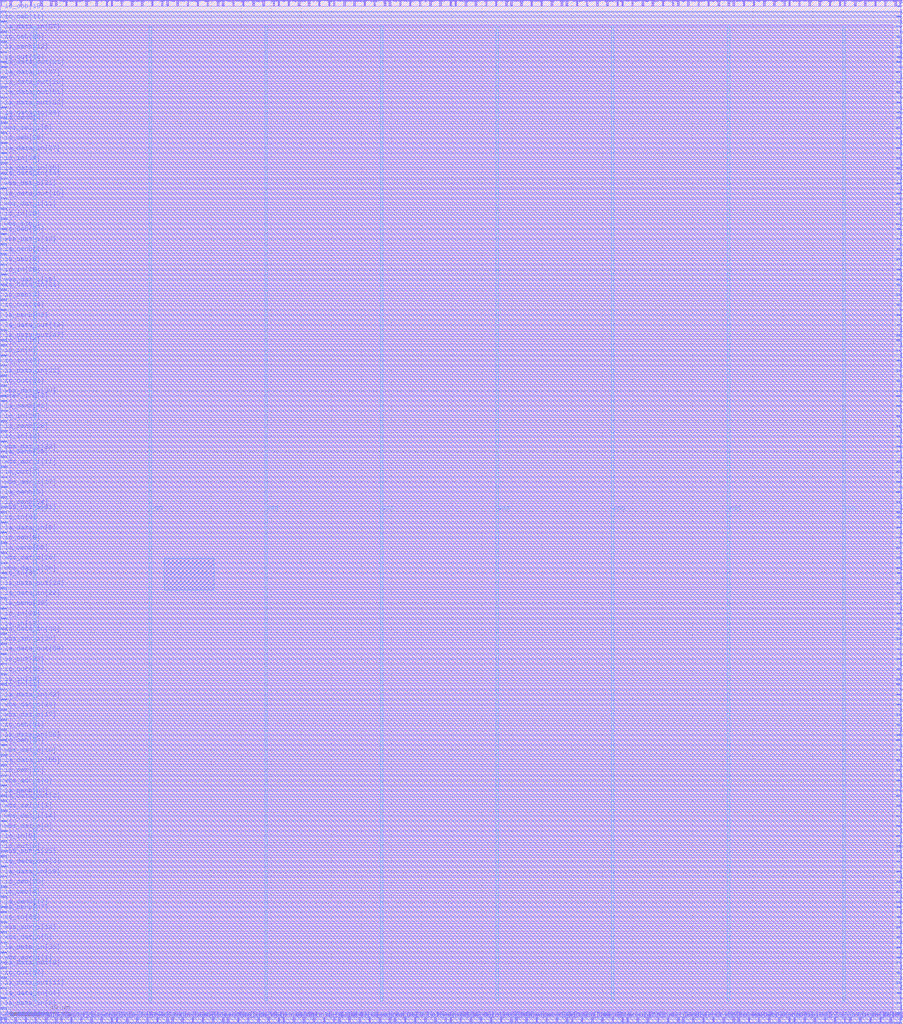
<source format=lef>
VERSION 5.7 ;
  NOWIREEXTENSIONATPIN ON ;
  DIVIDERCHAR "/" ;
  BUSBITCHARS "[]" ;
MACRO tiny_user_project
  CLASS BLOCK ;
  FOREIGN tiny_user_project ;
  ORIGIN 0.000 0.000 ;
  SIZE 600.000 BY 680.000 ;
  PIN io_in[0]
    DIRECTION INPUT ;
    USE SIGNAL ;
    PORT
      LAYER Metal3 ;
        RECT 1.000 443.520 4.000 444.080 ;
    END
  END io_in[0]
  PIN io_in[10]
    DIRECTION INPUT ;
    USE SIGNAL ;
    PORT
      LAYER Metal3 ;
        RECT 1.000 450.240 4.000 450.800 ;
    END
  END io_in[10]
  PIN io_in[11]
    DIRECTION INPUT ;
    USE SIGNAL ;
    PORT
      LAYER Metal3 ;
        RECT 1.000 221.760 4.000 222.320 ;
    END
  END io_in[11]
  PIN io_in[12]
    DIRECTION INPUT ;
    USE SIGNAL ;
    PORT
      LAYER Metal3 ;
        RECT 1.000 386.400 4.000 386.960 ;
    END
  END io_in[12]
  PIN io_in[13]
    DIRECTION INPUT ;
    USE SIGNAL ;
    PORT
      LAYER Metal3 ;
        RECT 1.000 262.080 4.000 262.640 ;
    END
  END io_in[13]
  PIN io_in[14]
    DIRECTION INPUT ;
    USE SIGNAL ;
    PORT
      LAYER Metal3 ;
        RECT 1.000 225.120 4.000 225.680 ;
    END
  END io_in[14]
  PIN io_in[15]
    DIRECTION INPUT ;
    USE SIGNAL ;
    PORT
      LAYER Metal2 ;
        RECT 299.040 676.000 299.600 679.000 ;
    END
  END io_in[15]
  PIN io_in[16]
    DIRECTION INPUT ;
    USE SIGNAL ;
    PORT
      LAYER Metal3 ;
        RECT 596.000 168.000 599.000 168.560 ;
    END
  END io_in[16]
  PIN io_in[17]
    DIRECTION INPUT ;
    USE SIGNAL ;
    PORT
      LAYER Metal3 ;
        RECT 596.000 641.760 599.000 642.320 ;
    END
  END io_in[17]
  PIN io_in[18]
    DIRECTION INPUT ;
    USE SIGNAL ;
    PORT
      LAYER Metal2 ;
        RECT 389.760 676.000 390.320 679.000 ;
    END
  END io_in[18]
  PIN io_in[19]
    DIRECTION INPUT ;
    USE SIGNAL ;
    PORT
      LAYER Metal3 ;
        RECT 596.000 26.880 599.000 27.440 ;
    END
  END io_in[19]
  PIN io_in[1]
    DIRECTION INPUT ;
    USE SIGNAL ;
    PORT
      LAYER Metal2 ;
        RECT 36.960 676.000 37.520 679.000 ;
    END
  END io_in[1]
  PIN io_in[20]
    DIRECTION INPUT ;
    USE SIGNAL ;
    PORT
      LAYER Metal2 ;
        RECT 470.400 676.000 470.960 679.000 ;
    END
  END io_in[20]
  PIN io_in[21]
    DIRECTION INPUT ;
    USE SIGNAL ;
    PORT
      LAYER Metal2 ;
        RECT 450.240 1.000 450.800 4.000 ;
    END
  END io_in[21]
  PIN io_in[22]
    DIRECTION INPUT ;
    USE SIGNAL ;
    PORT
      LAYER Metal2 ;
        RECT 598.080 676.000 598.640 679.000 ;
    END
  END io_in[22]
  PIN io_in[23]
    DIRECTION INPUT ;
    USE SIGNAL ;
    PORT
      LAYER Metal3 ;
        RECT 596.000 594.720 599.000 595.280 ;
    END
  END io_in[23]
  PIN io_in[24]
    DIRECTION INPUT ;
    USE SIGNAL ;
    PORT
      LAYER Metal2 ;
        RECT 527.520 1.000 528.080 4.000 ;
    END
  END io_in[24]
  PIN io_in[25]
    DIRECTION INPUT ;
    USE SIGNAL ;
    PORT
      LAYER Metal2 ;
        RECT 84.000 1.000 84.560 4.000 ;
    END
  END io_in[25]
  PIN io_in[26]
    DIRECTION INPUT ;
    USE SIGNAL ;
    PORT
      LAYER Metal3 ;
        RECT 1.000 534.240 4.000 534.800 ;
    END
  END io_in[26]
  PIN io_in[27]
    DIRECTION INPUT ;
    USE SIGNAL ;
    PORT
      LAYER Metal3 ;
        RECT 1.000 436.800 4.000 437.360 ;
    END
  END io_in[27]
  PIN io_in[28]
    DIRECTION INPUT ;
    USE SIGNAL ;
    PORT
      LAYER Metal3 ;
        RECT 1.000 497.280 4.000 497.840 ;
    END
  END io_in[28]
  PIN io_in[29]
    DIRECTION INPUT ;
    USE SIGNAL ;
    PORT
      LAYER Metal3 ;
        RECT 1.000 399.840 4.000 400.400 ;
    END
  END io_in[29]
  PIN io_in[2]
    DIRECTION INPUT ;
    USE SIGNAL ;
    PORT
      LAYER Metal3 ;
        RECT 596.000 675.360 599.000 675.920 ;
    END
  END io_in[2]
  PIN io_in[30]
    DIRECTION INPUT ;
    USE SIGNAL ;
    PORT
      LAYER Metal2 ;
        RECT 416.640 1.000 417.200 4.000 ;
    END
  END io_in[30]
  PIN io_in[31]
    DIRECTION INPUT ;
    USE SIGNAL ;
    PORT
      LAYER Metal3 ;
        RECT 1.000 268.800 4.000 269.360 ;
    END
  END io_in[31]
  PIN io_in[32]
    DIRECTION INPUT ;
    USE SIGNAL ;
    PORT
      LAYER Metal2 ;
        RECT 540.960 1.000 541.520 4.000 ;
    END
  END io_in[32]
  PIN io_in[33]
    DIRECTION INPUT ;
    USE SIGNAL ;
    PORT
      LAYER Metal3 ;
        RECT 1.000 67.200 4.000 67.760 ;
    END
  END io_in[33]
  PIN io_in[34]
    DIRECTION INPUT ;
    USE SIGNAL ;
    PORT
      LAYER Metal3 ;
        RECT 1.000 571.200 4.000 571.760 ;
    END
  END io_in[34]
  PIN io_in[35]
    DIRECTION INPUT ;
    USE SIGNAL ;
    PORT
      LAYER Metal2 ;
        RECT 530.880 676.000 531.440 679.000 ;
    END
  END io_in[35]
  PIN io_in[36]
    DIRECTION INPUT ;
    USE SIGNAL ;
    PORT
      LAYER Metal3 ;
        RECT 596.000 604.800 599.000 605.360 ;
    END
  END io_in[36]
  PIN io_in[37]
    DIRECTION INPUT ;
    USE SIGNAL ;
    PORT
      LAYER Metal3 ;
        RECT 596.000 527.520 599.000 528.080 ;
    END
  END io_in[37]
  PIN io_in[3]
    DIRECTION INPUT ;
    USE SIGNAL ;
    PORT
      LAYER Metal3 ;
        RECT 596.000 668.640 599.000 669.200 ;
    END
  END io_in[3]
  PIN io_in[4]
    DIRECTION INPUT ;
    USE SIGNAL ;
    PORT
      LAYER Metal3 ;
        RECT 596.000 329.280 599.000 329.840 ;
    END
  END io_in[4]
  PIN io_in[5]
    DIRECTION INPUT ;
    USE SIGNAL ;
    PORT
      LAYER Metal3 ;
        RECT 1.000 120.960 4.000 121.520 ;
    END
  END io_in[5]
  PIN io_in[6]
    DIRECTION INPUT ;
    USE SIGNAL ;
    PORT
      LAYER Metal3 ;
        RECT 596.000 161.280 599.000 161.840 ;
    END
  END io_in[6]
  PIN io_in[7]
    DIRECTION INPUT ;
    USE SIGNAL ;
    PORT
      LAYER Metal2 ;
        RECT 483.840 676.000 484.400 679.000 ;
    END
  END io_in[7]
  PIN io_in[8]
    DIRECTION INPUT ;
    USE SIGNAL ;
    PORT
      LAYER Metal3 ;
        RECT 1.000 295.680 4.000 296.240 ;
    END
  END io_in[8]
  PIN io_in[9]
    DIRECTION INPUT ;
    USE SIGNAL ;
    PORT
      LAYER Metal3 ;
        RECT 1.000 332.640 4.000 333.200 ;
    END
  END io_in[9]
  PIN io_oeb[0]
    DIRECTION OUTPUT TRISTATE ;
    USE SIGNAL ;
    PORT
      LAYER Metal3 ;
        RECT 596.000 490.560 599.000 491.120 ;
    END
  END io_oeb[0]
  PIN io_oeb[10]
    DIRECTION OUTPUT TRISTATE ;
    USE SIGNAL ;
    PORT
      LAYER Metal3 ;
        RECT 596.000 453.600 599.000 454.160 ;
    END
  END io_oeb[10]
  PIN io_oeb[11]
    DIRECTION OUTPUT TRISTATE ;
    USE SIGNAL ;
    PORT
      LAYER Metal3 ;
        RECT 1.000 665.280 4.000 665.840 ;
    END
  END io_oeb[11]
  PIN io_oeb[12]
    DIRECTION OUTPUT TRISTATE ;
    USE SIGNAL ;
    PORT
      LAYER Metal2 ;
        RECT 393.120 1.000 393.680 4.000 ;
    END
  END io_oeb[12]
  PIN io_oeb[13]
    DIRECTION OUTPUT TRISTATE ;
    USE SIGNAL ;
    PORT
      LAYER Metal3 ;
        RECT 1.000 164.640 4.000 165.200 ;
    END
  END io_oeb[13]
  PIN io_oeb[14]
    DIRECTION OUTPUT TRISTATE ;
    USE SIGNAL ;
    PORT
      LAYER Metal2 ;
        RECT 584.640 1.000 585.200 4.000 ;
    END
  END io_oeb[14]
  PIN io_oeb[15]
    DIRECTION OUTPUT TRISTATE ;
    USE SIGNAL ;
    PORT
      LAYER Metal2 ;
        RECT 366.240 676.000 366.800 679.000 ;
    END
  END io_oeb[15]
  PIN io_oeb[16]
    DIRECTION OUTPUT TRISTATE ;
    USE SIGNAL ;
    PORT
      LAYER Metal2 ;
        RECT 184.800 1.000 185.360 4.000 ;
    END
  END io_oeb[16]
  PIN io_oeb[17]
    DIRECTION OUTPUT TRISTATE ;
    USE SIGNAL ;
    PORT
      LAYER Metal2 ;
        RECT 60.480 1.000 61.040 4.000 ;
    END
  END io_oeb[17]
  PIN io_oeb[18]
    DIRECTION OUTPUT TRISTATE ;
    USE SIGNAL ;
    PORT
      LAYER Metal3 ;
        RECT 1.000 672.000 4.000 672.560 ;
    END
  END io_oeb[18]
  PIN io_oeb[19]
    DIRECTION OUTPUT TRISTATE ;
    USE SIGNAL ;
    PORT
      LAYER Metal2 ;
        RECT 184.800 676.000 185.360 679.000 ;
    END
  END io_oeb[19]
  PIN io_oeb[1]
    DIRECTION OUTPUT TRISTATE ;
    USE SIGNAL ;
    PORT
      LAYER Metal2 ;
        RECT 131.040 676.000 131.600 679.000 ;
    END
  END io_oeb[1]
  PIN io_oeb[20]
    DIRECTION OUTPUT TRISTATE ;
    USE SIGNAL ;
    PORT
      LAYER Metal2 ;
        RECT 329.280 676.000 329.840 679.000 ;
    END
  END io_oeb[20]
  PIN io_oeb[21]
    DIRECTION OUTPUT TRISTATE ;
    USE SIGNAL ;
    PORT
      LAYER Metal2 ;
        RECT 547.680 1.000 548.240 4.000 ;
    END
  END io_oeb[21]
  PIN io_oeb[22]
    DIRECTION OUTPUT TRISTATE ;
    USE SIGNAL ;
    PORT
      LAYER Metal3 ;
        RECT 596.000 204.960 599.000 205.520 ;
    END
  END io_oeb[22]
  PIN io_oeb[23]
    DIRECTION OUTPUT TRISTATE ;
    USE SIGNAL ;
    PORT
      LAYER Metal2 ;
        RECT 581.280 676.000 581.840 679.000 ;
    END
  END io_oeb[23]
  PIN io_oeb[24]
    DIRECTION OUTPUT TRISTATE ;
    USE SIGNAL ;
    PORT
      LAYER Metal3 ;
        RECT 1.000 184.800 4.000 185.360 ;
    END
  END io_oeb[24]
  PIN io_oeb[25]
    DIRECTION OUTPUT TRISTATE ;
    USE SIGNAL ;
    PORT
      LAYER Metal3 ;
        RECT 1.000 90.720 4.000 91.280 ;
    END
  END io_oeb[25]
  PIN io_oeb[26]
    DIRECTION OUTPUT TRISTATE ;
    USE SIGNAL ;
    PORT
      LAYER Metal3 ;
        RECT 1.000 584.640 4.000 585.200 ;
    END
  END io_oeb[26]
  PIN io_oeb[27]
    DIRECTION OUTPUT TRISTATE ;
    USE SIGNAL ;
    PORT
      LAYER Metal2 ;
        RECT 534.240 1.000 534.800 4.000 ;
    END
  END io_oeb[27]
  PIN io_oeb[28]
    DIRECTION OUTPUT TRISTATE ;
    USE SIGNAL ;
    PORT
      LAYER Metal3 ;
        RECT 1.000 651.840 4.000 652.400 ;
    END
  END io_oeb[28]
  PIN io_oeb[29]
    DIRECTION OUTPUT TRISTATE ;
    USE SIGNAL ;
    PORT
      LAYER Metal3 ;
        RECT 596.000 366.240 599.000 366.800 ;
    END
  END io_oeb[29]
  PIN io_oeb[2]
    DIRECTION OUTPUT TRISTATE ;
    USE SIGNAL ;
    PORT
      LAYER Metal3 ;
        RECT 596.000 285.600 599.000 286.160 ;
    END
  END io_oeb[2]
  PIN io_oeb[30]
    DIRECTION OUTPUT TRISTATE ;
    USE SIGNAL ;
    PORT
      LAYER Metal3 ;
        RECT 596.000 0.000 599.000 0.560 ;
    END
  END io_oeb[30]
  PIN io_oeb[31]
    DIRECTION OUTPUT TRISTATE ;
    USE SIGNAL ;
    PORT
      LAYER Metal3 ;
        RECT 1.000 194.880 4.000 195.440 ;
    END
  END io_oeb[31]
  PIN io_oeb[32]
    DIRECTION OUTPUT TRISTATE ;
    USE SIGNAL ;
    PORT
      LAYER Metal2 ;
        RECT 520.800 676.000 521.360 679.000 ;
    END
  END io_oeb[32]
  PIN io_oeb[33]
    DIRECTION OUTPUT TRISTATE ;
    USE SIGNAL ;
    PORT
      LAYER Metal3 ;
        RECT 596.000 144.480 599.000 145.040 ;
    END
  END io_oeb[33]
  PIN io_oeb[34]
    DIRECTION OUTPUT TRISTATE ;
    USE SIGNAL ;
    PORT
      LAYER Metal3 ;
        RECT 1.000 524.160 4.000 524.720 ;
    END
  END io_oeb[34]
  PIN io_oeb[35]
    DIRECTION OUTPUT TRISTATE ;
    USE SIGNAL ;
    PORT
      LAYER Metal3 ;
        RECT 596.000 618.240 599.000 618.800 ;
    END
  END io_oeb[35]
  PIN io_oeb[36]
    DIRECTION OUTPUT TRISTATE ;
    USE SIGNAL ;
    PORT
      LAYER Metal2 ;
        RECT 315.840 676.000 316.400 679.000 ;
    END
  END io_oeb[36]
  PIN io_oeb[37]
    DIRECTION OUTPUT TRISTATE ;
    USE SIGNAL ;
    PORT
      LAYER Metal3 ;
        RECT 596.000 299.040 599.000 299.600 ;
    END
  END io_oeb[37]
  PIN io_oeb[3]
    DIRECTION OUTPUT TRISTATE ;
    USE SIGNAL ;
    PORT
      LAYER Metal3 ;
        RECT 1.000 480.480 4.000 481.040 ;
    END
  END io_oeb[3]
  PIN io_oeb[4]
    DIRECTION OUTPUT TRISTATE ;
    USE SIGNAL ;
    PORT
      LAYER Metal3 ;
        RECT 1.000 84.000 4.000 84.560 ;
    END
  END io_oeb[4]
  PIN io_oeb[5]
    DIRECTION OUTPUT TRISTATE ;
    USE SIGNAL ;
    PORT
      LAYER Metal2 ;
        RECT 426.720 676.000 427.280 679.000 ;
    END
  END io_oeb[5]
  PIN io_oeb[6]
    DIRECTION OUTPUT TRISTATE ;
    USE SIGNAL ;
    PORT
      LAYER Metal3 ;
        RECT 1.000 504.000 4.000 504.560 ;
    END
  END io_oeb[6]
  PIN io_oeb[7]
    DIRECTION OUTPUT TRISTATE ;
    USE SIGNAL ;
    PORT
      LAYER Metal2 ;
        RECT 265.440 676.000 266.000 679.000 ;
    END
  END io_oeb[7]
  PIN io_oeb[8]
    DIRECTION OUTPUT TRISTATE ;
    USE SIGNAL ;
    PORT
      LAYER Metal3 ;
        RECT 1.000 319.200 4.000 319.760 ;
    END
  END io_oeb[8]
  PIN io_oeb[9]
    DIRECTION OUTPUT TRISTATE ;
    USE SIGNAL ;
    PORT
      LAYER Metal3 ;
        RECT 596.000 661.920 599.000 662.480 ;
    END
  END io_oeb[9]
  PIN io_out[0]
    DIRECTION OUTPUT TRISTATE ;
    USE SIGNAL ;
    PORT
      LAYER Metal2 ;
        RECT 63.840 676.000 64.400 679.000 ;
    END
  END io_out[0]
  PIN io_out[10]
    DIRECTION OUTPUT TRISTATE ;
    USE SIGNAL ;
    PORT
      LAYER Metal2 ;
        RECT 154.560 676.000 155.120 679.000 ;
    END
  END io_out[10]
  PIN io_out[11]
    DIRECTION OUTPUT TRISTATE ;
    USE SIGNAL ;
    PORT
      LAYER Metal2 ;
        RECT 413.280 1.000 413.840 4.000 ;
    END
  END io_out[11]
  PIN io_out[12]
    DIRECTION OUTPUT TRISTATE ;
    USE SIGNAL ;
    PORT
      LAYER Metal2 ;
        RECT 588.000 676.000 588.560 679.000 ;
    END
  END io_out[12]
  PIN io_out[13]
    DIRECTION OUTPUT TRISTATE ;
    USE SIGNAL ;
    PORT
      LAYER Metal3 ;
        RECT 1.000 638.400 4.000 638.960 ;
    END
  END io_out[13]
  PIN io_out[14]
    DIRECTION OUTPUT TRISTATE ;
    USE SIGNAL ;
    PORT
      LAYER Metal3 ;
        RECT 1.000 473.760 4.000 474.320 ;
    END
  END io_out[14]
  PIN io_out[15]
    DIRECTION OUTPUT TRISTATE ;
    USE SIGNAL ;
    PORT
      LAYER Metal2 ;
        RECT 258.720 1.000 259.280 4.000 ;
    END
  END io_out[15]
  PIN io_out[16]
    DIRECTION OUTPUT TRISTATE ;
    USE SIGNAL ;
    PORT
      LAYER Metal3 ;
        RECT 596.000 574.560 599.000 575.120 ;
    END
  END io_out[16]
  PIN io_out[17]
    DIRECTION OUTPUT TRISTATE ;
    USE SIGNAL ;
    PORT
      LAYER Metal2 ;
        RECT 73.920 1.000 74.480 4.000 ;
    END
  END io_out[17]
  PIN io_out[18]
    DIRECTION OUTPUT TRISTATE ;
    USE SIGNAL ;
    PORT
      LAYER Metal2 ;
        RECT 598.080 1.000 598.640 4.000 ;
    END
  END io_out[18]
  PIN io_out[19]
    DIRECTION OUTPUT TRISTATE ;
    USE SIGNAL ;
    PORT
      LAYER Metal2 ;
        RECT 100.800 676.000 101.360 679.000 ;
    END
  END io_out[19]
  PIN io_out[1]
    DIRECTION OUTPUT TRISTATE ;
    USE SIGNAL ;
    PORT
      LAYER Metal2 ;
        RECT 40.320 1.000 40.880 4.000 ;
    END
  END io_out[1]
  PIN io_out[20]
    DIRECTION OUTPUT TRISTATE ;
    USE SIGNAL ;
    PORT
      LAYER Metal3 ;
        RECT 596.000 100.800 599.000 101.360 ;
    END
  END io_out[20]
  PIN io_out[21]
    DIRECTION OUTPUT TRISTATE ;
    USE SIGNAL ;
    PORT
      LAYER Metal3 ;
        RECT 1.000 423.360 4.000 423.920 ;
    END
  END io_out[21]
  PIN io_out[22]
    DIRECTION OUTPUT TRISTATE ;
    USE SIGNAL ;
    PORT
      LAYER Metal3 ;
        RECT 596.000 181.440 599.000 182.000 ;
    END
  END io_out[22]
  PIN io_out[23]
    DIRECTION OUTPUT TRISTATE ;
    USE SIGNAL ;
    PORT
      LAYER Metal3 ;
        RECT 1.000 238.560 4.000 239.120 ;
    END
  END io_out[23]
  PIN io_out[24]
    DIRECTION OUTPUT TRISTATE ;
    USE SIGNAL ;
    PORT
      LAYER Metal2 ;
        RECT 561.120 1.000 561.680 4.000 ;
    END
  END io_out[24]
  PIN io_out[25]
    DIRECTION OUTPUT TRISTATE ;
    USE SIGNAL ;
    PORT
      LAYER Metal3 ;
        RECT 596.000 57.120 599.000 57.680 ;
    END
  END io_out[25]
  PIN io_out[26]
    DIRECTION OUTPUT TRISTATE ;
    USE SIGNAL ;
    PORT
      LAYER Metal2 ;
        RECT 268.800 1.000 269.360 4.000 ;
    END
  END io_out[26]
  PIN io_out[27]
    DIRECTION OUTPUT TRISTATE ;
    USE SIGNAL ;
    PORT
      LAYER Metal2 ;
        RECT 215.040 1.000 215.600 4.000 ;
    END
  END io_out[27]
  PIN io_out[28]
    DIRECTION OUTPUT TRISTATE ;
    USE SIGNAL ;
    PORT
      LAYER Metal2 ;
        RECT 409.920 676.000 410.480 679.000 ;
    END
  END io_out[28]
  PIN io_out[29]
    DIRECTION OUTPUT TRISTATE ;
    USE SIGNAL ;
    PORT
      LAYER Metal2 ;
        RECT 436.800 1.000 437.360 4.000 ;
    END
  END io_out[29]
  PIN io_out[2]
    DIRECTION OUTPUT TRISTATE ;
    USE SIGNAL ;
    PORT
      LAYER Metal3 ;
        RECT 596.000 265.440 599.000 266.000 ;
    END
  END io_out[2]
  PIN io_out[30]
    DIRECTION OUTPUT TRISTATE ;
    USE SIGNAL ;
    PORT
      LAYER Metal2 ;
        RECT 544.320 676.000 544.880 679.000 ;
    END
  END io_out[30]
  PIN io_out[31]
    DIRECTION OUTPUT TRISTATE ;
    USE SIGNAL ;
    PORT
      LAYER Metal2 ;
        RECT 225.120 1.000 225.680 4.000 ;
    END
  END io_out[31]
  PIN io_out[32]
    DIRECTION OUTPUT TRISTATE ;
    USE SIGNAL ;
    PORT
      LAYER Metal2 ;
        RECT 359.520 676.000 360.080 679.000 ;
    END
  END io_out[32]
  PIN io_out[33]
    DIRECTION OUTPUT TRISTATE ;
    USE SIGNAL ;
    PORT
      LAYER Metal3 ;
        RECT 1.000 231.840 4.000 232.400 ;
    END
  END io_out[33]
  PIN io_out[34]
    DIRECTION OUTPUT TRISTATE ;
    USE SIGNAL ;
    PORT
      LAYER Metal2 ;
        RECT 423.360 1.000 423.920 4.000 ;
    END
  END io_out[34]
  PIN io_out[35]
    DIRECTION OUTPUT TRISTATE ;
    USE SIGNAL ;
    PORT
      LAYER Metal2 ;
        RECT 379.680 1.000 380.240 4.000 ;
    END
  END io_out[35]
  PIN io_out[36]
    DIRECTION OUTPUT TRISTATE ;
    USE SIGNAL ;
    PORT
      LAYER Metal2 ;
        RECT 151.200 1.000 151.760 4.000 ;
    END
  END io_out[36]
  PIN io_out[37]
    DIRECTION OUTPUT TRISTATE ;
    USE SIGNAL ;
    PORT
      LAYER Metal3 ;
        RECT 1.000 30.240 4.000 30.800 ;
    END
  END io_out[37]
  PIN io_out[3]
    DIRECTION OUTPUT TRISTATE ;
    USE SIGNAL ;
    PORT
      LAYER Metal2 ;
        RECT 255.360 676.000 255.920 679.000 ;
    END
  END io_out[3]
  PIN io_out[4]
    DIRECTION OUTPUT TRISTATE ;
    USE SIGNAL ;
    PORT
      LAYER Metal2 ;
        RECT 295.680 1.000 296.240 4.000 ;
    END
  END io_out[4]
  PIN io_out[5]
    DIRECTION OUTPUT TRISTATE ;
    USE SIGNAL ;
    PORT
      LAYER Metal2 ;
        RECT 228.480 676.000 229.040 679.000 ;
    END
  END io_out[5]
  PIN io_out[6]
    DIRECTION OUTPUT TRISTATE ;
    USE SIGNAL ;
    PORT
      LAYER Metal3 ;
        RECT 1.000 114.240 4.000 114.800 ;
    END
  END io_out[6]
  PIN io_out[7]
    DIRECTION OUTPUT TRISTATE ;
    USE SIGNAL ;
    PORT
      LAYER Metal3 ;
        RECT 1.000 362.880 4.000 363.440 ;
    END
  END io_out[7]
  PIN io_out[8]
    DIRECTION OUTPUT TRISTATE ;
    USE SIGNAL ;
    PORT
      LAYER Metal2 ;
        RECT 467.040 1.000 467.600 4.000 ;
    END
  END io_out[8]
  PIN io_out[9]
    DIRECTION OUTPUT TRISTATE ;
    USE SIGNAL ;
    PORT
      LAYER Metal2 ;
        RECT 164.640 1.000 165.200 4.000 ;
    END
  END io_out[9]
  PIN la_data_in[0]
    DIRECTION INPUT ;
    USE SIGNAL ;
    PORT
      LAYER Metal3 ;
        RECT 1.000 325.920 4.000 326.480 ;
    END
  END la_data_in[0]
  PIN la_data_in[10]
    DIRECTION INPUT ;
    USE SIGNAL ;
    PORT
      LAYER Metal3 ;
        RECT 596.000 638.400 599.000 638.960 ;
    END
  END la_data_in[10]
  PIN la_data_in[11]
    DIRECTION INPUT ;
    USE SIGNAL ;
    PORT
      LAYER Metal3 ;
        RECT 596.000 322.560 599.000 323.120 ;
    END
  END la_data_in[11]
  PIN la_data_in[12]
    DIRECTION INPUT ;
    USE SIGNAL ;
    PORT
      LAYER Metal2 ;
        RECT 194.880 1.000 195.440 4.000 ;
    END
  END la_data_in[12]
  PIN la_data_in[13]
    DIRECTION INPUT ;
    USE SIGNAL ;
    PORT
      LAYER Metal2 ;
        RECT 218.400 676.000 218.960 679.000 ;
    END
  END la_data_in[13]
  PIN la_data_in[14]
    DIRECTION INPUT ;
    USE SIGNAL ;
    PORT
      LAYER Metal3 ;
        RECT 1.000 561.120 4.000 561.680 ;
    END
  END la_data_in[14]
  PIN la_data_in[15]
    DIRECTION INPUT ;
    USE SIGNAL ;
    PORT
      LAYER Metal3 ;
        RECT 596.000 500.640 599.000 501.200 ;
    END
  END la_data_in[15]
  PIN la_data_in[16]
    DIRECTION INPUT ;
    USE SIGNAL ;
    PORT
      LAYER Metal2 ;
        RECT 20.160 676.000 20.720 679.000 ;
    END
  END la_data_in[16]
  PIN la_data_in[17]
    DIRECTION INPUT ;
    USE SIGNAL ;
    PORT
      LAYER Metal3 ;
        RECT 596.000 137.760 599.000 138.320 ;
    END
  END la_data_in[17]
  PIN la_data_in[18]
    DIRECTION INPUT ;
    USE SIGNAL ;
    PORT
      LAYER Metal2 ;
        RECT 278.880 676.000 279.440 679.000 ;
    END
  END la_data_in[18]
  PIN la_data_in[19]
    DIRECTION INPUT ;
    USE SIGNAL ;
    PORT
      LAYER Metal3 ;
        RECT 1.000 97.440 4.000 98.000 ;
    END
  END la_data_in[19]
  PIN la_data_in[1]
    DIRECTION INPUT ;
    USE SIGNAL ;
    PORT
      LAYER Metal2 ;
        RECT 107.520 676.000 108.080 679.000 ;
    END
  END la_data_in[1]
  PIN la_data_in[20]
    DIRECTION INPUT ;
    USE SIGNAL ;
    PORT
      LAYER Metal3 ;
        RECT 596.000 174.720 599.000 175.280 ;
    END
  END la_data_in[20]
  PIN la_data_in[21]
    DIRECTION INPUT ;
    USE SIGNAL ;
    PORT
      LAYER Metal3 ;
        RECT 1.000 487.200 4.000 487.760 ;
    END
  END la_data_in[21]
  PIN la_data_in[22]
    DIRECTION INPUT ;
    USE SIGNAL ;
    PORT
      LAYER Metal3 ;
        RECT 1.000 282.240 4.000 282.800 ;
    END
  END la_data_in[22]
  PIN la_data_in[23]
    DIRECTION INPUT ;
    USE SIGNAL ;
    PORT
      LAYER Metal3 ;
        RECT 596.000 520.800 599.000 521.360 ;
    END
  END la_data_in[23]
  PIN la_data_in[24]
    DIRECTION INPUT ;
    USE SIGNAL ;
    PORT
      LAYER Metal2 ;
        RECT 285.600 676.000 286.160 679.000 ;
    END
  END la_data_in[24]
  PIN la_data_in[25]
    DIRECTION INPUT ;
    USE SIGNAL ;
    PORT
      LAYER Metal2 ;
        RECT 94.080 676.000 94.640 679.000 ;
    END
  END la_data_in[25]
  PIN la_data_in[26]
    DIRECTION INPUT ;
    USE SIGNAL ;
    PORT
      LAYER Metal2 ;
        RECT 352.800 676.000 353.360 679.000 ;
    END
  END la_data_in[26]
  PIN la_data_in[27]
    DIRECTION INPUT ;
    USE SIGNAL ;
    PORT
      LAYER Metal3 ;
        RECT 1.000 577.920 4.000 578.480 ;
    END
  END la_data_in[27]
  PIN la_data_in[28]
    DIRECTION INPUT ;
    USE SIGNAL ;
    PORT
      LAYER Metal3 ;
        RECT 1.000 601.440 4.000 602.000 ;
    END
  END la_data_in[28]
  PIN la_data_in[29]
    DIRECTION INPUT ;
    USE SIGNAL ;
    PORT
      LAYER Metal3 ;
        RECT 596.000 198.240 599.000 198.800 ;
    END
  END la_data_in[29]
  PIN la_data_in[2]
    DIRECTION INPUT ;
    USE SIGNAL ;
    PORT
      LAYER Metal2 ;
        RECT 241.920 676.000 242.480 679.000 ;
    END
  END la_data_in[2]
  PIN la_data_in[30]
    DIRECTION INPUT ;
    USE SIGNAL ;
    PORT
      LAYER Metal3 ;
        RECT 1.000 47.040 4.000 47.600 ;
    END
  END la_data_in[30]
  PIN la_data_in[31]
    DIRECTION INPUT ;
    USE SIGNAL ;
    PORT
      LAYER Metal2 ;
        RECT 500.640 676.000 501.200 679.000 ;
    END
  END la_data_in[31]
  PIN la_data_in[32]
    DIRECTION INPUT ;
    USE SIGNAL ;
    PORT
      LAYER Metal3 ;
        RECT 1.000 258.720 4.000 259.280 ;
    END
  END la_data_in[32]
  PIN la_data_in[33]
    DIRECTION INPUT ;
    USE SIGNAL ;
    PORT
      LAYER Metal3 ;
        RECT 1.000 430.080 4.000 430.640 ;
    END
  END la_data_in[33]
  PIN la_data_in[34]
    DIRECTION INPUT ;
    USE SIGNAL ;
    PORT
      LAYER Metal2 ;
        RECT 6.720 676.000 7.280 679.000 ;
    END
  END la_data_in[34]
  PIN la_data_in[35]
    DIRECTION INPUT ;
    USE SIGNAL ;
    PORT
      LAYER Metal3 ;
        RECT 1.000 564.480 4.000 565.040 ;
    END
  END la_data_in[35]
  PIN la_data_in[36]
    DIRECTION INPUT ;
    USE SIGNAL ;
    PORT
      LAYER Metal2 ;
        RECT 453.600 1.000 454.160 4.000 ;
    END
  END la_data_in[36]
  PIN la_data_in[37]
    DIRECTION INPUT ;
    USE SIGNAL ;
    PORT
      LAYER Metal3 ;
        RECT 1.000 628.320 4.000 628.880 ;
    END
  END la_data_in[37]
  PIN la_data_in[38]
    DIRECTION INPUT ;
    USE SIGNAL ;
    PORT
      LAYER Metal2 ;
        RECT 288.960 1.000 289.520 4.000 ;
    END
  END la_data_in[38]
  PIN la_data_in[39]
    DIRECTION INPUT ;
    USE SIGNAL ;
    PORT
      LAYER Metal2 ;
        RECT 309.120 676.000 309.680 679.000 ;
    END
  END la_data_in[39]
  PIN la_data_in[3]
    DIRECTION INPUT ;
    USE SIGNAL ;
    PORT
      LAYER Metal3 ;
        RECT 596.000 389.760 599.000 390.320 ;
    END
  END la_data_in[3]
  PIN la_data_in[40]
    DIRECTION INPUT ;
    USE SIGNAL ;
    PORT
      LAYER Metal2 ;
        RECT 221.760 1.000 222.320 4.000 ;
    END
  END la_data_in[40]
  PIN la_data_in[41]
    DIRECTION INPUT ;
    USE SIGNAL ;
    PORT
      LAYER Metal2 ;
        RECT 305.760 1.000 306.320 4.000 ;
    END
  END la_data_in[41]
  PIN la_data_in[42]
    DIRECTION INPUT ;
    USE SIGNAL ;
    PORT
      LAYER Metal3 ;
        RECT 1.000 215.040 4.000 215.600 ;
    END
  END la_data_in[42]
  PIN la_data_in[43]
    DIRECTION INPUT ;
    USE SIGNAL ;
    PORT
      LAYER Metal2 ;
        RECT 561.120 676.000 561.680 679.000 ;
    END
  END la_data_in[43]
  PIN la_data_in[44]
    DIRECTION INPUT ;
    USE SIGNAL ;
    PORT
      LAYER Metal3 ;
        RECT 596.000 43.680 599.000 44.240 ;
    END
  END la_data_in[44]
  PIN la_data_in[45]
    DIRECTION INPUT ;
    USE SIGNAL ;
    PORT
      LAYER Metal2 ;
        RECT 208.320 1.000 208.880 4.000 ;
    END
  END la_data_in[45]
  PIN la_data_in[46]
    DIRECTION INPUT ;
    USE SIGNAL ;
    PORT
      LAYER Metal3 ;
        RECT 596.000 507.360 599.000 507.920 ;
    END
  END la_data_in[46]
  PIN la_data_in[47]
    DIRECTION INPUT ;
    USE SIGNAL ;
    PORT
      LAYER Metal2 ;
        RECT 399.840 1.000 400.400 4.000 ;
    END
  END la_data_in[47]
  PIN la_data_in[48]
    DIRECTION INPUT ;
    USE SIGNAL ;
    PORT
      LAYER Metal2 ;
        RECT 258.720 676.000 259.280 679.000 ;
    END
  END la_data_in[48]
  PIN la_data_in[49]
    DIRECTION INPUT ;
    USE SIGNAL ;
    PORT
      LAYER Metal2 ;
        RECT 204.960 676.000 205.520 679.000 ;
    END
  END la_data_in[49]
  PIN la_data_in[4]
    DIRECTION INPUT ;
    USE SIGNAL ;
    PORT
      LAYER Metal2 ;
        RECT 13.440 676.000 14.000 679.000 ;
    END
  END la_data_in[4]
  PIN la_data_in[50]
    DIRECTION INPUT ;
    USE SIGNAL ;
    PORT
      LAYER Metal2 ;
        RECT 211.680 676.000 212.240 679.000 ;
    END
  END la_data_in[50]
  PIN la_data_in[51]
    DIRECTION INPUT ;
    USE SIGNAL ;
    PORT
      LAYER Metal2 ;
        RECT 299.040 1.000 299.600 4.000 ;
    END
  END la_data_in[51]
  PIN la_data_in[52]
    DIRECTION INPUT ;
    USE SIGNAL ;
    PORT
      LAYER Metal3 ;
        RECT 596.000 255.360 599.000 255.920 ;
    END
  END la_data_in[52]
  PIN la_data_in[53]
    DIRECTION INPUT ;
    USE SIGNAL ;
    PORT
      LAYER Metal2 ;
        RECT 456.960 676.000 457.520 679.000 ;
    END
  END la_data_in[53]
  PIN la_data_in[54]
    DIRECTION INPUT ;
    USE SIGNAL ;
    PORT
      LAYER Metal2 ;
        RECT 413.280 676.000 413.840 679.000 ;
    END
  END la_data_in[54]
  PIN la_data_in[55]
    DIRECTION INPUT ;
    USE SIGNAL ;
    PORT
      LAYER Metal3 ;
        RECT 1.000 171.360 4.000 171.920 ;
    END
  END la_data_in[55]
  PIN la_data_in[56]
    DIRECTION INPUT ;
    USE SIGNAL ;
    PORT
      LAYER Metal3 ;
        RECT 1.000 188.160 4.000 188.720 ;
    END
  END la_data_in[56]
  PIN la_data_in[57]
    DIRECTION INPUT ;
    USE SIGNAL ;
    PORT
      LAYER Metal3 ;
        RECT 1.000 658.560 4.000 659.120 ;
    END
  END la_data_in[57]
  PIN la_data_in[58]
    DIRECTION INPUT ;
    USE SIGNAL ;
    PORT
      LAYER Metal2 ;
        RECT 231.840 1.000 232.400 4.000 ;
    END
  END la_data_in[58]
  PIN la_data_in[59]
    DIRECTION INPUT ;
    USE SIGNAL ;
    PORT
      LAYER Metal3 ;
        RECT 596.000 624.960 599.000 625.520 ;
    END
  END la_data_in[59]
  PIN la_data_in[5]
    DIRECTION INPUT ;
    USE SIGNAL ;
    PORT
      LAYER Metal2 ;
        RECT 110.880 1.000 111.440 4.000 ;
    END
  END la_data_in[5]
  PIN la_data_in[60]
    DIRECTION INPUT ;
    USE SIGNAL ;
    PORT
      LAYER Metal3 ;
        RECT 596.000 463.680 599.000 464.240 ;
    END
  END la_data_in[60]
  PIN la_data_in[61]
    DIRECTION INPUT ;
    USE SIGNAL ;
    PORT
      LAYER Metal3 ;
        RECT 1.000 16.800 4.000 17.360 ;
    END
  END la_data_in[61]
  PIN la_data_in[62]
    DIRECTION INPUT ;
    USE SIGNAL ;
    PORT
      LAYER Metal2 ;
        RECT 376.320 1.000 376.880 4.000 ;
    END
  END la_data_in[62]
  PIN la_data_in[63]
    DIRECTION INPUT ;
    USE SIGNAL ;
    PORT
      LAYER Metal2 ;
        RECT 124.320 676.000 124.880 679.000 ;
    END
  END la_data_in[63]
  PIN la_data_in[6]
    DIRECTION INPUT ;
    USE SIGNAL ;
    PORT
      LAYER Metal2 ;
        RECT 127.680 1.000 128.240 4.000 ;
    END
  END la_data_in[6]
  PIN la_data_in[7]
    DIRECTION INPUT ;
    USE SIGNAL ;
    PORT
      LAYER Metal3 ;
        RECT 596.000 272.160 599.000 272.720 ;
    END
  END la_data_in[7]
  PIN la_data_in[8]
    DIRECTION INPUT ;
    USE SIGNAL ;
    PORT
      LAYER Metal3 ;
        RECT 1.000 10.080 4.000 10.640 ;
    END
  END la_data_in[8]
  PIN la_data_in[9]
    DIRECTION INPUT ;
    USE SIGNAL ;
    PORT
      LAYER Metal2 ;
        RECT 537.600 676.000 538.160 679.000 ;
    END
  END la_data_in[9]
  PIN la_data_out[0]
    DIRECTION OUTPUT TRISTATE ;
    USE SIGNAL ;
    PORT
      LAYER Metal2 ;
        RECT 514.080 676.000 514.640 679.000 ;
    END
  END la_data_out[0]
  PIN la_data_out[10]
    DIRECTION OUTPUT TRISTATE ;
    USE SIGNAL ;
    PORT
      LAYER Metal3 ;
        RECT 596.000 383.040 599.000 383.600 ;
    END
  END la_data_out[10]
  PIN la_data_out[11]
    DIRECTION OUTPUT TRISTATE ;
    USE SIGNAL ;
    PORT
      LAYER Metal3 ;
        RECT 1.000 23.520 4.000 24.080 ;
    END
  END la_data_out[11]
  PIN la_data_out[12]
    DIRECTION OUTPUT TRISTATE ;
    USE SIGNAL ;
    PORT
      LAYER Metal3 ;
        RECT 1.000 460.320 4.000 460.880 ;
    END
  END la_data_out[12]
  PIN la_data_out[13]
    DIRECTION OUTPUT TRISTATE ;
    USE SIGNAL ;
    PORT
      LAYER Metal2 ;
        RECT 238.560 1.000 239.120 4.000 ;
    END
  END la_data_out[13]
  PIN la_data_out[14]
    DIRECTION OUTPUT TRISTATE ;
    USE SIGNAL ;
    PORT
      LAYER Metal3 ;
        RECT 596.000 302.400 599.000 302.960 ;
    END
  END la_data_out[14]
  PIN la_data_out[15]
    DIRECTION OUTPUT TRISTATE ;
    USE SIGNAL ;
    PORT
      LAYER Metal3 ;
        RECT 1.000 547.680 4.000 548.240 ;
    END
  END la_data_out[15]
  PIN la_data_out[16]
    DIRECTION OUTPUT TRISTATE ;
    USE SIGNAL ;
    PORT
      LAYER Metal3 ;
        RECT 596.000 396.480 599.000 397.040 ;
    END
  END la_data_out[16]
  PIN la_data_out[17]
    DIRECTION OUTPUT TRISTATE ;
    USE SIGNAL ;
    PORT
      LAYER Metal2 ;
        RECT 272.160 676.000 272.720 679.000 ;
    END
  END la_data_out[17]
  PIN la_data_out[18]
    DIRECTION OUTPUT TRISTATE ;
    USE SIGNAL ;
    PORT
      LAYER Metal3 ;
        RECT 596.000 567.840 599.000 568.400 ;
    END
  END la_data_out[18]
  PIN la_data_out[19]
    DIRECTION OUTPUT TRISTATE ;
    USE SIGNAL ;
    PORT
      LAYER Metal2 ;
        RECT 339.360 1.000 339.920 4.000 ;
    END
  END la_data_out[19]
  PIN la_data_out[1]
    DIRECTION OUTPUT TRISTATE ;
    USE SIGNAL ;
    PORT
      LAYER Metal3 ;
        RECT 596.000 339.360 599.000 339.920 ;
    END
  END la_data_out[1]
  PIN la_data_out[20]
    DIRECTION OUTPUT TRISTATE ;
    USE SIGNAL ;
    PORT
      LAYER Metal3 ;
        RECT 596.000 131.040 599.000 131.600 ;
    END
  END la_data_out[20]
  PIN la_data_out[21]
    DIRECTION OUTPUT TRISTATE ;
    USE SIGNAL ;
    PORT
      LAYER Metal3 ;
        RECT 1.000 635.040 4.000 635.600 ;
    END
  END la_data_out[21]
  PIN la_data_out[22]
    DIRECTION OUTPUT TRISTATE ;
    USE SIGNAL ;
    PORT
      LAYER Metal3 ;
        RECT 596.000 440.160 599.000 440.720 ;
    END
  END la_data_out[22]
  PIN la_data_out[23]
    DIRECTION OUTPUT TRISTATE ;
    USE SIGNAL ;
    PORT
      LAYER Metal2 ;
        RECT 188.160 1.000 188.720 4.000 ;
    END
  END la_data_out[23]
  PIN la_data_out[24]
    DIRECTION OUTPUT TRISTATE ;
    USE SIGNAL ;
    PORT
      LAYER Metal3 ;
        RECT 1.000 288.960 4.000 289.520 ;
    END
  END la_data_out[24]
  PIN la_data_out[25]
    DIRECTION OUTPUT TRISTATE ;
    USE SIGNAL ;
    PORT
      LAYER Metal2 ;
        RECT 342.720 1.000 343.280 4.000 ;
    END
  END la_data_out[25]
  PIN la_data_out[26]
    DIRECTION OUTPUT TRISTATE ;
    USE SIGNAL ;
    PORT
      LAYER Metal3 ;
        RECT 1.000 621.600 4.000 622.160 ;
    END
  END la_data_out[26]
  PIN la_data_out[27]
    DIRECTION OUTPUT TRISTATE ;
    USE SIGNAL ;
    PORT
      LAYER Metal2 ;
        RECT 346.080 676.000 346.640 679.000 ;
    END
  END la_data_out[27]
  PIN la_data_out[28]
    DIRECTION OUTPUT TRISTATE ;
    USE SIGNAL ;
    PORT
      LAYER Metal3 ;
        RECT 596.000 551.040 599.000 551.600 ;
    END
  END la_data_out[28]
  PIN la_data_out[29]
    DIRECTION OUTPUT TRISTATE ;
    USE SIGNAL ;
    PORT
      LAYER Metal2 ;
        RECT 275.520 1.000 276.080 4.000 ;
    END
  END la_data_out[29]
  PIN la_data_out[2]
    DIRECTION OUTPUT TRISTATE ;
    USE SIGNAL ;
    PORT
      LAYER Metal3 ;
        RECT 1.000 147.840 4.000 148.400 ;
    END
  END la_data_out[2]
  PIN la_data_out[30]
    DIRECTION OUTPUT TRISTATE ;
    USE SIGNAL ;
    PORT
      LAYER Metal3 ;
        RECT 596.000 336.000 599.000 336.560 ;
    END
  END la_data_out[30]
  PIN la_data_out[31]
    DIRECTION OUTPUT TRISTATE ;
    USE SIGNAL ;
    PORT
      LAYER Metal3 ;
        RECT 596.000 70.560 599.000 71.120 ;
    END
  END la_data_out[31]
  PIN la_data_out[32]
    DIRECTION OUTPUT TRISTATE ;
    USE SIGNAL ;
    PORT
      LAYER Metal2 ;
        RECT 336.000 676.000 336.560 679.000 ;
    END
  END la_data_out[32]
  PIN la_data_out[33]
    DIRECTION OUTPUT TRISTATE ;
    USE SIGNAL ;
    PORT
      LAYER Metal3 ;
        RECT 596.000 154.560 599.000 155.120 ;
    END
  END la_data_out[33]
  PIN la_data_out[34]
    DIRECTION OUTPUT TRISTATE ;
    USE SIGNAL ;
    PORT
      LAYER Metal2 ;
        RECT 312.480 1.000 313.040 4.000 ;
    END
  END la_data_out[34]
  PIN la_data_out[35]
    DIRECTION OUTPUT TRISTATE ;
    USE SIGNAL ;
    PORT
      LAYER Metal2 ;
        RECT 302.400 676.000 302.960 679.000 ;
    END
  END la_data_out[35]
  PIN la_data_out[36]
    DIRECTION OUTPUT TRISTATE ;
    USE SIGNAL ;
    PORT
      LAYER Metal3 ;
        RECT 596.000 557.760 599.000 558.320 ;
    END
  END la_data_out[36]
  PIN la_data_out[37]
    DIRECTION OUTPUT TRISTATE ;
    USE SIGNAL ;
    PORT
      LAYER Metal3 ;
        RECT 596.000 292.320 599.000 292.880 ;
    END
  END la_data_out[37]
  PIN la_data_out[38]
    DIRECTION OUTPUT TRISTATE ;
    USE SIGNAL ;
    PORT
      LAYER Metal3 ;
        RECT 596.000 50.400 599.000 50.960 ;
    END
  END la_data_out[38]
  PIN la_data_out[39]
    DIRECTION OUTPUT TRISTATE ;
    USE SIGNAL ;
    PORT
      LAYER Metal3 ;
        RECT 596.000 124.320 599.000 124.880 ;
    END
  END la_data_out[39]
  PIN la_data_out[3]
    DIRECTION OUTPUT TRISTATE ;
    USE SIGNAL ;
    PORT
      LAYER Metal3 ;
        RECT 1.000 104.160 4.000 104.720 ;
    END
  END la_data_out[3]
  PIN la_data_out[40]
    DIRECTION OUTPUT TRISTATE ;
    USE SIGNAL ;
    PORT
      LAYER Metal3 ;
        RECT 596.000 20.160 599.000 20.720 ;
    END
  END la_data_out[40]
  PIN la_data_out[41]
    DIRECTION OUTPUT TRISTATE ;
    USE SIGNAL ;
    PORT
      LAYER Metal3 ;
        RECT 596.000 235.200 599.000 235.760 ;
    END
  END la_data_out[41]
  PIN la_data_out[42]
    DIRECTION OUTPUT TRISTATE ;
    USE SIGNAL ;
    PORT
      LAYER Metal3 ;
        RECT 596.000 581.280 599.000 581.840 ;
    END
  END la_data_out[42]
  PIN la_data_out[43]
    DIRECTION OUTPUT TRISTATE ;
    USE SIGNAL ;
    PORT
      LAYER Metal2 ;
        RECT 36.960 1.000 37.520 4.000 ;
    END
  END la_data_out[43]
  PIN la_data_out[44]
    DIRECTION OUTPUT TRISTATE ;
    USE SIGNAL ;
    PORT
      LAYER Metal2 ;
        RECT 262.080 1.000 262.640 4.000 ;
    END
  END la_data_out[44]
  PIN la_data_out[45]
    DIRECTION OUTPUT TRISTATE ;
    USE SIGNAL ;
    PORT
      LAYER Metal2 ;
        RECT 57.120 676.000 57.680 679.000 ;
    END
  END la_data_out[45]
  PIN la_data_out[46]
    DIRECTION OUTPUT TRISTATE ;
    USE SIGNAL ;
    PORT
      LAYER Metal2 ;
        RECT 50.400 676.000 50.960 679.000 ;
    END
  END la_data_out[46]
  PIN la_data_out[47]
    DIRECTION OUTPUT TRISTATE ;
    USE SIGNAL ;
    PORT
      LAYER Metal3 ;
        RECT 1.000 453.600 4.000 454.160 ;
    END
  END la_data_out[47]
  PIN la_data_out[48]
    DIRECTION OUTPUT TRISTATE ;
    USE SIGNAL ;
    PORT
      LAYER Metal2 ;
        RECT 147.840 1.000 148.400 4.000 ;
    END
  END la_data_out[48]
  PIN la_data_out[49]
    DIRECTION OUTPUT TRISTATE ;
    USE SIGNAL ;
    PORT
      LAYER Metal2 ;
        RECT 577.920 1.000 578.480 4.000 ;
    END
  END la_data_out[49]
  PIN la_data_out[4]
    DIRECTION OUTPUT TRISTATE ;
    USE SIGNAL ;
    PORT
      LAYER Metal2 ;
        RECT 322.560 676.000 323.120 679.000 ;
    END
  END la_data_out[4]
  PIN la_data_out[50]
    DIRECTION OUTPUT TRISTATE ;
    USE SIGNAL ;
    PORT
      LAYER Metal2 ;
        RECT 181.440 676.000 182.000 679.000 ;
    END
  END la_data_out[50]
  PIN la_data_out[51]
    DIRECTION OUTPUT TRISTATE ;
    USE SIGNAL ;
    PORT
      LAYER Metal3 ;
        RECT 1.000 614.880 4.000 615.440 ;
    END
  END la_data_out[51]
  PIN la_data_out[52]
    DIRECTION OUTPUT TRISTATE ;
    USE SIGNAL ;
    PORT
      LAYER Metal3 ;
        RECT 596.000 80.640 599.000 81.200 ;
    END
  END la_data_out[52]
  PIN la_data_out[53]
    DIRECTION OUTPUT TRISTATE ;
    USE SIGNAL ;
    PORT
      LAYER Metal3 ;
        RECT 1.000 608.160 4.000 608.720 ;
    END
  END la_data_out[53]
  PIN la_data_out[54]
    DIRECTION OUTPUT TRISTATE ;
    USE SIGNAL ;
    PORT
      LAYER Metal3 ;
        RECT 596.000 477.120 599.000 477.680 ;
    END
  END la_data_out[54]
  PIN la_data_out[55]
    DIRECTION OUTPUT TRISTATE ;
    USE SIGNAL ;
    PORT
      LAYER Metal2 ;
        RECT 198.240 676.000 198.800 679.000 ;
    END
  END la_data_out[55]
  PIN la_data_out[56]
    DIRECTION OUTPUT TRISTATE ;
    USE SIGNAL ;
    PORT
      LAYER Metal3 ;
        RECT 596.000 191.520 599.000 192.080 ;
    END
  END la_data_out[56]
  PIN la_data_out[57]
    DIRECTION OUTPUT TRISTATE ;
    USE SIGNAL ;
    PORT
      LAYER Metal2 ;
        RECT 446.880 676.000 447.440 679.000 ;
    END
  END la_data_out[57]
  PIN la_data_out[58]
    DIRECTION OUTPUT TRISTATE ;
    USE SIGNAL ;
    PORT
      LAYER Metal3 ;
        RECT 596.000 483.840 599.000 484.400 ;
    END
  END la_data_out[58]
  PIN la_data_out[59]
    DIRECTION OUTPUT TRISTATE ;
    USE SIGNAL ;
    PORT
      LAYER Metal3 ;
        RECT 1.000 245.280 4.000 245.840 ;
    END
  END la_data_out[59]
  PIN la_data_out[5]
    DIRECTION OUTPUT TRISTATE ;
    USE SIGNAL ;
    PORT
      LAYER Metal3 ;
        RECT 596.000 420.000 599.000 420.560 ;
    END
  END la_data_out[5]
  PIN la_data_out[60]
    DIRECTION OUTPUT TRISTATE ;
    USE SIGNAL ;
    PORT
      LAYER Metal2 ;
        RECT 477.120 676.000 477.680 679.000 ;
    END
  END la_data_out[60]
  PIN la_data_out[61]
    DIRECTION OUTPUT TRISTATE ;
    USE SIGNAL ;
    PORT
      LAYER Metal2 ;
        RECT 171.360 1.000 171.920 4.000 ;
    END
  END la_data_out[61]
  PIN la_data_out[62]
    DIRECTION OUTPUT TRISTATE ;
    USE SIGNAL ;
    PORT
      LAYER Metal2 ;
        RECT 554.400 1.000 554.960 4.000 ;
    END
  END la_data_out[62]
  PIN la_data_out[63]
    DIRECTION OUTPUT TRISTATE ;
    USE SIGNAL ;
    PORT
      LAYER Metal3 ;
        RECT 596.000 87.360 599.000 87.920 ;
    END
  END la_data_out[63]
  PIN la_data_out[6]
    DIRECTION OUTPUT TRISTATE ;
    USE SIGNAL ;
    PORT
      LAYER Metal3 ;
        RECT 596.000 225.120 599.000 225.680 ;
    END
  END la_data_out[6]
  PIN la_data_out[7]
    DIRECTION OUTPUT TRISTATE ;
    USE SIGNAL ;
    PORT
      LAYER Metal2 ;
        RECT 574.560 676.000 575.120 679.000 ;
    END
  END la_data_out[7]
  PIN la_data_out[8]
    DIRECTION OUTPUT TRISTATE ;
    USE SIGNAL ;
    PORT
      LAYER Metal3 ;
        RECT 1.000 36.960 4.000 37.520 ;
    END
  END la_data_out[8]
  PIN la_data_out[9]
    DIRECTION OUTPUT TRISTATE ;
    USE SIGNAL ;
    PORT
      LAYER Metal3 ;
        RECT 596.000 346.080 599.000 346.640 ;
    END
  END la_data_out[9]
  PIN la_oenb[0]
    DIRECTION INPUT ;
    USE SIGNAL ;
    PORT
      LAYER Metal3 ;
        RECT 596.000 278.880 599.000 279.440 ;
    END
  END la_oenb[0]
  PIN la_oenb[10]
    DIRECTION INPUT ;
    USE SIGNAL ;
    PORT
      LAYER Metal3 ;
        RECT 596.000 493.920 599.000 494.480 ;
    END
  END la_oenb[10]
  PIN la_oenb[11]
    DIRECTION INPUT ;
    USE SIGNAL ;
    PORT
      LAYER Metal3 ;
        RECT 596.000 403.200 599.000 403.760 ;
    END
  END la_oenb[11]
  PIN la_oenb[12]
    DIRECTION INPUT ;
    USE SIGNAL ;
    PORT
      LAYER Metal3 ;
        RECT 1.000 645.120 4.000 645.680 ;
    END
  END la_oenb[12]
  PIN la_oenb[13]
    DIRECTION INPUT ;
    USE SIGNAL ;
    PORT
      LAYER Metal3 ;
        RECT 1.000 510.720 4.000 511.280 ;
    END
  END la_oenb[13]
  PIN la_oenb[14]
    DIRECTION INPUT ;
    USE SIGNAL ;
    PORT
      LAYER Metal2 ;
        RECT 473.760 1.000 474.320 4.000 ;
    END
  END la_oenb[14]
  PIN la_oenb[15]
    DIRECTION INPUT ;
    USE SIGNAL ;
    PORT
      LAYER Metal2 ;
        RECT 564.480 1.000 565.040 4.000 ;
    END
  END la_oenb[15]
  PIN la_oenb[16]
    DIRECTION INPUT ;
    USE SIGNAL ;
    PORT
      LAYER Metal2 ;
        RECT 90.720 1.000 91.280 4.000 ;
    END
  END la_oenb[16]
  PIN la_oenb[17]
    DIRECTION INPUT ;
    USE SIGNAL ;
    PORT
      LAYER Metal3 ;
        RECT 1.000 77.280 4.000 77.840 ;
    END
  END la_oenb[17]
  PIN la_oenb[18]
    DIRECTION INPUT ;
    USE SIGNAL ;
    PORT
      LAYER Metal2 ;
        RECT 0.000 676.000 0.560 679.000 ;
    END
  END la_oenb[18]
  PIN la_oenb[19]
    DIRECTION INPUT ;
    USE SIGNAL ;
    PORT
      LAYER Metal3 ;
        RECT 596.000 94.080 599.000 94.640 ;
    END
  END la_oenb[19]
  PIN la_oenb[1]
    DIRECTION INPUT ;
    USE SIGNAL ;
    PORT
      LAYER Metal2 ;
        RECT 80.640 676.000 81.200 679.000 ;
    END
  END la_oenb[1]
  PIN la_oenb[20]
    DIRECTION INPUT ;
    USE SIGNAL ;
    PORT
      LAYER Metal3 ;
        RECT 1.000 376.320 4.000 376.880 ;
    END
  END la_oenb[20]
  PIN la_oenb[21]
    DIRECTION INPUT ;
    USE SIGNAL ;
    PORT
      LAYER Metal2 ;
        RECT 221.760 676.000 222.320 679.000 ;
    END
  END la_oenb[21]
  PIN la_oenb[22]
    DIRECTION INPUT ;
    USE SIGNAL ;
    PORT
      LAYER Metal2 ;
        RECT 433.440 676.000 434.000 679.000 ;
    END
  END la_oenb[22]
  PIN la_oenb[23]
    DIRECTION INPUT ;
    USE SIGNAL ;
    PORT
      LAYER Metal2 ;
        RECT 178.080 1.000 178.640 4.000 ;
    END
  END la_oenb[23]
  PIN la_oenb[24]
    DIRECTION INPUT ;
    USE SIGNAL ;
    PORT
      LAYER Metal3 ;
        RECT 596.000 433.440 599.000 434.000 ;
    END
  END la_oenb[24]
  PIN la_oenb[25]
    DIRECTION INPUT ;
    USE SIGNAL ;
    PORT
      LAYER Metal2 ;
        RECT 571.200 1.000 571.760 4.000 ;
    END
  END la_oenb[25]
  PIN la_oenb[26]
    DIRECTION INPUT ;
    USE SIGNAL ;
    PORT
      LAYER Metal2 ;
        RECT 87.360 676.000 87.920 679.000 ;
    END
  END la_oenb[26]
  PIN la_oenb[27]
    DIRECTION INPUT ;
    USE SIGNAL ;
    PORT
      LAYER Metal2 ;
        RECT 114.240 1.000 114.800 4.000 ;
    END
  END la_oenb[27]
  PIN la_oenb[28]
    DIRECTION INPUT ;
    USE SIGNAL ;
    PORT
      LAYER Metal3 ;
        RECT 1.000 393.120 4.000 393.680 ;
    END
  END la_oenb[28]
  PIN la_oenb[29]
    DIRECTION INPUT ;
    USE SIGNAL ;
    PORT
      LAYER Metal3 ;
        RECT 596.000 648.480 599.000 649.040 ;
    END
  END la_oenb[29]
  PIN la_oenb[2]
    DIRECTION INPUT ;
    USE SIGNAL ;
    PORT
      LAYER Metal2 ;
        RECT 594.720 676.000 595.280 679.000 ;
    END
  END la_oenb[2]
  PIN la_oenb[30]
    DIRECTION INPUT ;
    USE SIGNAL ;
    PORT
      LAYER Metal3 ;
        RECT 596.000 588.000 599.000 588.560 ;
    END
  END la_oenb[30]
  PIN la_oenb[31]
    DIRECTION INPUT ;
    USE SIGNAL ;
    PORT
      LAYER Metal2 ;
        RECT 235.200 676.000 235.760 679.000 ;
    END
  END la_oenb[31]
  PIN la_oenb[32]
    DIRECTION INPUT ;
    USE SIGNAL ;
    PORT
      LAYER Metal3 ;
        RECT 596.000 564.480 599.000 565.040 ;
    END
  END la_oenb[32]
  PIN la_oenb[33]
    DIRECTION INPUT ;
    USE SIGNAL ;
    PORT
      LAYER Metal2 ;
        RECT 325.920 1.000 326.480 4.000 ;
    END
  END la_oenb[33]
  PIN la_oenb[34]
    DIRECTION INPUT ;
    USE SIGNAL ;
    PORT
      LAYER Metal2 ;
        RECT 70.560 676.000 71.120 679.000 ;
    END
  END la_oenb[34]
  PIN la_oenb[35]
    DIRECTION INPUT ;
    USE SIGNAL ;
    PORT
      LAYER Metal2 ;
        RECT 16.800 1.000 17.360 4.000 ;
    END
  END la_oenb[35]
  PIN la_oenb[36]
    DIRECTION INPUT ;
    USE SIGNAL ;
    PORT
      LAYER Metal2 ;
        RECT 3.360 1.000 3.920 4.000 ;
    END
  END la_oenb[36]
  PIN la_oenb[37]
    DIRECTION INPUT ;
    USE SIGNAL ;
    PORT
      LAYER Metal2 ;
        RECT 43.680 676.000 44.240 679.000 ;
    END
  END la_oenb[37]
  PIN la_oenb[38]
    DIRECTION INPUT ;
    USE SIGNAL ;
    PORT
      LAYER Metal2 ;
        RECT 332.640 1.000 333.200 4.000 ;
    END
  END la_oenb[38]
  PIN la_oenb[39]
    DIRECTION INPUT ;
    USE SIGNAL ;
    PORT
      LAYER Metal3 ;
        RECT 1.000 275.520 4.000 276.080 ;
    END
  END la_oenb[39]
  PIN la_oenb[3]
    DIRECTION INPUT ;
    USE SIGNAL ;
    PORT
      LAYER Metal3 ;
        RECT 1.000 349.440 4.000 350.000 ;
    END
  END la_oenb[3]
  PIN la_oenb[40]
    DIRECTION INPUT ;
    USE SIGNAL ;
    PORT
      LAYER Metal3 ;
        RECT 596.000 117.600 599.000 118.160 ;
    END
  END la_oenb[40]
  PIN la_oenb[41]
    DIRECTION INPUT ;
    USE SIGNAL ;
    PORT
      LAYER Metal2 ;
        RECT 191.520 676.000 192.080 679.000 ;
    END
  END la_oenb[41]
  PIN la_oenb[42]
    DIRECTION INPUT ;
    USE SIGNAL ;
    PORT
      LAYER Metal3 ;
        RECT 1.000 406.560 4.000 407.120 ;
    END
  END la_oenb[42]
  PIN la_oenb[43]
    DIRECTION INPUT ;
    USE SIGNAL ;
    PORT
      LAYER Metal2 ;
        RECT 120.960 1.000 121.520 4.000 ;
    END
  END la_oenb[43]
  PIN la_oenb[44]
    DIRECTION INPUT ;
    USE SIGNAL ;
    PORT
      LAYER Metal2 ;
        RECT 282.240 1.000 282.800 4.000 ;
    END
  END la_oenb[44]
  PIN la_oenb[45]
    DIRECTION INPUT ;
    USE SIGNAL ;
    PORT
      LAYER Metal2 ;
        RECT 487.200 676.000 487.760 679.000 ;
    END
  END la_oenb[45]
  PIN la_oenb[46]
    DIRECTION INPUT ;
    USE SIGNAL ;
    PORT
      LAYER Metal2 ;
        RECT 510.720 1.000 511.280 4.000 ;
    END
  END la_oenb[46]
  PIN la_oenb[47]
    DIRECTION INPUT ;
    USE SIGNAL ;
    PORT
      LAYER Metal3 ;
        RECT 1.000 73.920 4.000 74.480 ;
    END
  END la_oenb[47]
  PIN la_oenb[48]
    DIRECTION INPUT ;
    USE SIGNAL ;
    PORT
      LAYER Metal3 ;
        RECT 1.000 467.040 4.000 467.600 ;
    END
  END la_oenb[48]
  PIN la_oenb[49]
    DIRECTION INPUT ;
    USE SIGNAL ;
    PORT
      LAYER Metal3 ;
        RECT 1.000 3.360 4.000 3.920 ;
    END
  END la_oenb[49]
  PIN la_oenb[4]
    DIRECTION INPUT ;
    USE SIGNAL ;
    PORT
      LAYER Metal3 ;
        RECT 1.000 598.080 4.000 598.640 ;
    END
  END la_oenb[4]
  PIN la_oenb[50]
    DIRECTION INPUT ;
    USE SIGNAL ;
    PORT
      LAYER Metal2 ;
        RECT 490.560 1.000 491.120 4.000 ;
    END
  END la_oenb[50]
  PIN la_oenb[51]
    DIRECTION INPUT ;
    USE SIGNAL ;
    PORT
      LAYER Metal2 ;
        RECT 168.000 676.000 168.560 679.000 ;
    END
  END la_oenb[51]
  PIN la_oenb[52]
    DIRECTION INPUT ;
    USE SIGNAL ;
    PORT
      LAYER Metal3 ;
        RECT 596.000 33.600 599.000 34.160 ;
    END
  END la_oenb[52]
  PIN la_oenb[53]
    DIRECTION INPUT ;
    USE SIGNAL ;
    PORT
      LAYER Metal3 ;
        RECT 596.000 446.880 599.000 447.440 ;
    END
  END la_oenb[53]
  PIN la_oenb[54]
    DIRECTION INPUT ;
    USE SIGNAL ;
    PORT
      LAYER Metal3 ;
        RECT 1.000 342.720 4.000 343.280 ;
    END
  END la_oenb[54]
  PIN la_oenb[55]
    DIRECTION INPUT ;
    USE SIGNAL ;
    PORT
      LAYER Metal3 ;
        RECT 596.000 372.960 599.000 373.520 ;
    END
  END la_oenb[55]
  PIN la_oenb[56]
    DIRECTION INPUT ;
    USE SIGNAL ;
    PORT
      LAYER Metal2 ;
        RECT 487.200 1.000 487.760 4.000 ;
    END
  END la_oenb[56]
  PIN la_oenb[57]
    DIRECTION INPUT ;
    USE SIGNAL ;
    PORT
      LAYER Metal2 ;
        RECT 524.160 676.000 524.720 679.000 ;
    END
  END la_oenb[57]
  PIN la_oenb[58]
    DIRECTION INPUT ;
    USE SIGNAL ;
    PORT
      LAYER Metal3 ;
        RECT 596.000 107.520 599.000 108.080 ;
    END
  END la_oenb[58]
  PIN la_oenb[59]
    DIRECTION INPUT ;
    USE SIGNAL ;
    PORT
      LAYER Metal2 ;
        RECT 339.360 676.000 339.920 679.000 ;
    END
  END la_oenb[59]
  PIN la_oenb[5]
    DIRECTION INPUT ;
    USE SIGNAL ;
    PORT
      LAYER Metal2 ;
        RECT 591.360 1.000 591.920 4.000 ;
    END
  END la_oenb[5]
  PIN la_oenb[60]
    DIRECTION INPUT ;
    USE SIGNAL ;
    PORT
      LAYER Metal3 ;
        RECT 1.000 312.480 4.000 313.040 ;
    END
  END la_oenb[60]
  PIN la_oenb[61]
    DIRECTION INPUT ;
    USE SIGNAL ;
    PORT
      LAYER Metal2 ;
        RECT 77.280 1.000 77.840 4.000 ;
    END
  END la_oenb[61]
  PIN la_oenb[62]
    DIRECTION INPUT ;
    USE SIGNAL ;
    PORT
      LAYER Metal3 ;
        RECT 596.000 359.520 599.000 360.080 ;
    END
  END la_oenb[62]
  PIN la_oenb[63]
    DIRECTION INPUT ;
    USE SIGNAL ;
    PORT
      LAYER Metal3 ;
        RECT 1.000 151.200 4.000 151.760 ;
    END
  END la_oenb[63]
  PIN la_oenb[6]
    DIRECTION INPUT ;
    USE SIGNAL ;
    PORT
      LAYER Metal3 ;
        RECT 596.000 456.960 599.000 457.520 ;
    END
  END la_oenb[6]
  PIN la_oenb[7]
    DIRECTION INPUT ;
    USE SIGNAL ;
    PORT
      LAYER Metal2 ;
        RECT 157.920 1.000 158.480 4.000 ;
    END
  END la_oenb[7]
  PIN la_oenb[8]
    DIRECTION INPUT ;
    USE SIGNAL ;
    PORT
      LAYER Metal3 ;
        RECT 596.000 6.720 599.000 7.280 ;
    END
  END la_oenb[8]
  PIN la_oenb[9]
    DIRECTION INPUT ;
    USE SIGNAL ;
    PORT
      LAYER Metal2 ;
        RECT 144.480 676.000 145.040 679.000 ;
    END
  END la_oenb[9]
  PIN user_clock2
    DIRECTION INPUT ;
    USE SIGNAL ;
    PORT
      LAYER Metal2 ;
        RECT 507.360 676.000 507.920 679.000 ;
    END
  END user_clock2
  PIN user_irq[0]
    DIRECTION OUTPUT TRISTATE ;
    USE SIGNAL ;
    PORT
      LAYER Metal3 ;
        RECT 596.000 530.880 599.000 531.440 ;
    END
  END user_irq[0]
  PIN user_irq[1]
    DIRECTION OUTPUT TRISTATE ;
    USE SIGNAL ;
    PORT
      LAYER Metal2 ;
        RECT 117.600 676.000 118.160 679.000 ;
    END
  END user_irq[1]
  PIN user_irq[2]
    DIRECTION OUTPUT TRISTATE ;
    USE SIGNAL ;
    PORT
      LAYER Metal3 ;
        RECT 1.000 413.280 4.000 413.840 ;
    END
  END user_irq[2]
  PIN vdd
    DIRECTION INOUT ;
    USE POWER ;
    PORT
      LAYER Metal4 ;
        RECT 22.240 15.380 23.840 662.780 ;
    END
    PORT
      LAYER Metal4 ;
        RECT 175.840 15.380 177.440 662.780 ;
    END
    PORT
      LAYER Metal4 ;
        RECT 329.440 15.380 331.040 662.780 ;
    END
    PORT
      LAYER Metal4 ;
        RECT 483.040 15.380 484.640 662.780 ;
    END
  END vdd
  PIN vss
    DIRECTION INOUT ;
    USE GROUND ;
    PORT
      LAYER Metal4 ;
        RECT 99.040 15.380 100.640 662.780 ;
    END
    PORT
      LAYER Metal4 ;
        RECT 252.640 15.380 254.240 662.780 ;
    END
    PORT
      LAYER Metal4 ;
        RECT 406.240 15.380 407.840 662.780 ;
    END
    PORT
      LAYER Metal4 ;
        RECT 559.840 15.380 561.440 662.780 ;
    END
  END vss
  PIN wb_clk_i
    DIRECTION INPUT ;
    USE SIGNAL ;
    PORT
      LAYER Metal3 ;
        RECT 596.000 151.200 599.000 151.760 ;
    END
  END wb_clk_i
  PIN wb_rst_i
    DIRECTION INPUT ;
    USE SIGNAL ;
    PORT
      LAYER Metal2 ;
        RECT 73.920 676.000 74.480 679.000 ;
    END
  END wb_rst_i
  PIN wbs_ack_o
    DIRECTION OUTPUT TRISTATE ;
    USE SIGNAL ;
    PORT
      LAYER Metal3 ;
        RECT 596.000 262.080 599.000 262.640 ;
    END
  END wbs_ack_o
  PIN wbs_adr_i[0]
    DIRECTION INPUT ;
    USE SIGNAL ;
    PORT
      LAYER Metal2 ;
        RECT 383.040 676.000 383.600 679.000 ;
    END
  END wbs_adr_i[0]
  PIN wbs_adr_i[10]
    DIRECTION INPUT ;
    USE SIGNAL ;
    PORT
      LAYER Metal2 ;
        RECT 248.640 676.000 249.200 679.000 ;
    END
  END wbs_adr_i[10]
  PIN wbs_adr_i[11]
    DIRECTION INPUT ;
    USE SIGNAL ;
    PORT
      LAYER Metal3 ;
        RECT 1.000 369.600 4.000 370.160 ;
    END
  END wbs_adr_i[11]
  PIN wbs_adr_i[12]
    DIRECTION INPUT ;
    USE SIGNAL ;
    PORT
      LAYER Metal2 ;
        RECT 53.760 1.000 54.320 4.000 ;
    END
  END wbs_adr_i[12]
  PIN wbs_adr_i[13]
    DIRECTION INPUT ;
    USE SIGNAL ;
    PORT
      LAYER Metal2 ;
        RECT 356.160 1.000 356.720 4.000 ;
    END
  END wbs_adr_i[13]
  PIN wbs_adr_i[14]
    DIRECTION INPUT ;
    USE SIGNAL ;
    PORT
      LAYER Metal3 ;
        RECT 1.000 60.480 4.000 61.040 ;
    END
  END wbs_adr_i[14]
  PIN wbs_adr_i[15]
    DIRECTION INPUT ;
    USE SIGNAL ;
    PORT
      LAYER Metal3 ;
        RECT 596.000 470.400 599.000 470.960 ;
    END
  END wbs_adr_i[15]
  PIN wbs_adr_i[16]
    DIRECTION INPUT ;
    USE SIGNAL ;
    PORT
      LAYER Metal2 ;
        RECT 406.560 1.000 407.120 4.000 ;
    END
  END wbs_adr_i[16]
  PIN wbs_adr_i[17]
    DIRECTION INPUT ;
    USE SIGNAL ;
    PORT
      LAYER Metal3 ;
        RECT 1.000 356.160 4.000 356.720 ;
    END
  END wbs_adr_i[17]
  PIN wbs_adr_i[18]
    DIRECTION INPUT ;
    USE SIGNAL ;
    PORT
      LAYER Metal3 ;
        RECT 596.000 241.920 599.000 242.480 ;
    END
  END wbs_adr_i[18]
  PIN wbs_adr_i[19]
    DIRECTION INPUT ;
    USE SIGNAL ;
    PORT
      LAYER Metal3 ;
        RECT 596.000 13.440 599.000 14.000 ;
    END
  END wbs_adr_i[19]
  PIN wbs_adr_i[1]
    DIRECTION INPUT ;
    USE SIGNAL ;
    PORT
      LAYER Metal3 ;
        RECT 1.000 40.320 4.000 40.880 ;
    END
  END wbs_adr_i[1]
  PIN wbs_adr_i[20]
    DIRECTION INPUT ;
    USE SIGNAL ;
    PORT
      LAYER Metal2 ;
        RECT 557.760 676.000 558.320 679.000 ;
    END
  END wbs_adr_i[20]
  PIN wbs_adr_i[21]
    DIRECTION INPUT ;
    USE SIGNAL ;
    PORT
      LAYER Metal2 ;
        RECT 362.880 1.000 363.440 4.000 ;
    END
  END wbs_adr_i[21]
  PIN wbs_adr_i[22]
    DIRECTION INPUT ;
    USE SIGNAL ;
    PORT
      LAYER Metal2 ;
        RECT 517.440 1.000 518.000 4.000 ;
    END
  END wbs_adr_i[22]
  PIN wbs_adr_i[23]
    DIRECTION INPUT ;
    USE SIGNAL ;
    PORT
      LAYER Metal3 ;
        RECT 596.000 188.160 599.000 188.720 ;
    END
  END wbs_adr_i[23]
  PIN wbs_adr_i[24]
    DIRECTION INPUT ;
    USE SIGNAL ;
    PORT
      LAYER Metal2 ;
        RECT 33.600 676.000 34.160 679.000 ;
    END
  END wbs_adr_i[24]
  PIN wbs_adr_i[25]
    DIRECTION INPUT ;
    USE SIGNAL ;
    PORT
      LAYER Metal3 ;
        RECT 1.000 110.880 4.000 111.440 ;
    END
  END wbs_adr_i[25]
  PIN wbs_adr_i[26]
    DIRECTION INPUT ;
    USE SIGNAL ;
    PORT
      LAYER Metal2 ;
        RECT 67.200 1.000 67.760 4.000 ;
    END
  END wbs_adr_i[26]
  PIN wbs_adr_i[27]
    DIRECTION INPUT ;
    USE SIGNAL ;
    PORT
      LAYER Metal2 ;
        RECT 174.720 676.000 175.280 679.000 ;
    END
  END wbs_adr_i[27]
  PIN wbs_adr_i[28]
    DIRECTION INPUT ;
    USE SIGNAL ;
    PORT
      LAYER Metal3 ;
        RECT 596.000 416.640 599.000 417.200 ;
    END
  END wbs_adr_i[28]
  PIN wbs_adr_i[29]
    DIRECTION INPUT ;
    USE SIGNAL ;
    PORT
      LAYER Metal3 ;
        RECT 596.000 655.200 599.000 655.760 ;
    END
  END wbs_adr_i[29]
  PIN wbs_adr_i[2]
    DIRECTION INPUT ;
    USE SIGNAL ;
    PORT
      LAYER Metal2 ;
        RECT 252.000 1.000 252.560 4.000 ;
    END
  END wbs_adr_i[2]
  PIN wbs_adr_i[30]
    DIRECTION INPUT ;
    USE SIGNAL ;
    PORT
      LAYER Metal3 ;
        RECT 1.000 252.000 4.000 252.560 ;
    END
  END wbs_adr_i[30]
  PIN wbs_adr_i[31]
    DIRECTION INPUT ;
    USE SIGNAL ;
    PORT
      LAYER Metal3 ;
        RECT 596.000 309.120 599.000 309.680 ;
    END
  END wbs_adr_i[31]
  PIN wbs_adr_i[3]
    DIRECTION INPUT ;
    USE SIGNAL ;
    PORT
      LAYER Metal2 ;
        RECT 497.280 1.000 497.840 4.000 ;
    END
  END wbs_adr_i[3]
  PIN wbs_adr_i[4]
    DIRECTION INPUT ;
    USE SIGNAL ;
    PORT
      LAYER Metal2 ;
        RECT 450.240 676.000 450.800 679.000 ;
    END
  END wbs_adr_i[4]
  PIN wbs_adr_i[5]
    DIRECTION INPUT ;
    USE SIGNAL ;
    PORT
      LAYER Metal2 ;
        RECT 480.480 1.000 481.040 4.000 ;
    END
  END wbs_adr_i[5]
  PIN wbs_adr_i[6]
    DIRECTION INPUT ;
    USE SIGNAL ;
    PORT
      LAYER Metal3 ;
        RECT 1.000 157.920 4.000 158.480 ;
    END
  END wbs_adr_i[6]
  PIN wbs_adr_i[7]
    DIRECTION INPUT ;
    USE SIGNAL ;
    PORT
      LAYER Metal2 ;
        RECT 30.240 1.000 30.800 4.000 ;
    END
  END wbs_adr_i[7]
  PIN wbs_adr_i[8]
    DIRECTION INPUT ;
    USE SIGNAL ;
    PORT
      LAYER Metal3 ;
        RECT 596.000 40.320 599.000 40.880 ;
    END
  END wbs_adr_i[8]
  PIN wbs_adr_i[9]
    DIRECTION INPUT ;
    USE SIGNAL ;
    PORT
      LAYER Metal3 ;
        RECT 596.000 211.680 599.000 212.240 ;
    END
  END wbs_adr_i[9]
  PIN wbs_cyc_i
    DIRECTION INPUT ;
    USE SIGNAL ;
    PORT
      LAYER Metal2 ;
        RECT 161.280 676.000 161.840 679.000 ;
    END
  END wbs_cyc_i
  PIN wbs_dat_i[0]
    DIRECTION INPUT ;
    USE SIGNAL ;
    PORT
      LAYER Metal3 ;
        RECT 596.000 601.440 599.000 602.000 ;
    END
  END wbs_dat_i[0]
  PIN wbs_dat_i[10]
    DIRECTION INPUT ;
    USE SIGNAL ;
    PORT
      LAYER Metal3 ;
        RECT 1.000 490.560 4.000 491.120 ;
    END
  END wbs_dat_i[10]
  PIN wbs_dat_i[11]
    DIRECTION INPUT ;
    USE SIGNAL ;
    PORT
      LAYER Metal3 ;
        RECT 1.000 540.960 4.000 541.520 ;
    END
  END wbs_dat_i[11]
  PIN wbs_dat_i[12]
    DIRECTION INPUT ;
    USE SIGNAL ;
    PORT
      LAYER Metal3 ;
        RECT 1.000 517.440 4.000 518.000 ;
    END
  END wbs_dat_i[12]
  PIN wbs_dat_i[13]
    DIRECTION INPUT ;
    USE SIGNAL ;
    PORT
      LAYER Metal2 ;
        RECT 23.520 1.000 24.080 4.000 ;
    END
  END wbs_dat_i[13]
  PIN wbs_dat_i[14]
    DIRECTION INPUT ;
    USE SIGNAL ;
    PORT
      LAYER Metal3 ;
        RECT 1.000 134.400 4.000 134.960 ;
    END
  END wbs_dat_i[14]
  PIN wbs_dat_i[15]
    DIRECTION INPUT ;
    USE SIGNAL ;
    PORT
      LAYER Metal3 ;
        RECT 596.000 379.680 599.000 380.240 ;
    END
  END wbs_dat_i[15]
  PIN wbs_dat_i[16]
    DIRECTION INPUT ;
    USE SIGNAL ;
    PORT
      LAYER Metal2 ;
        RECT 369.600 1.000 370.160 4.000 ;
    END
  END wbs_dat_i[16]
  PIN wbs_dat_i[17]
    DIRECTION INPUT ;
    USE SIGNAL ;
    PORT
      LAYER Metal2 ;
        RECT 396.480 676.000 397.040 679.000 ;
    END
  END wbs_dat_i[17]
  PIN wbs_dat_i[18]
    DIRECTION INPUT ;
    USE SIGNAL ;
    PORT
      LAYER Metal2 ;
        RECT 551.040 676.000 551.600 679.000 ;
    END
  END wbs_dat_i[18]
  PIN wbs_dat_i[19]
    DIRECTION INPUT ;
    USE SIGNAL ;
    PORT
      LAYER Metal3 ;
        RECT 1.000 678.720 4.000 679.280 ;
    END
  END wbs_dat_i[19]
  PIN wbs_dat_i[1]
    DIRECTION INPUT ;
    USE SIGNAL ;
    PORT
      LAYER Metal2 ;
        RECT 97.440 1.000 98.000 4.000 ;
    END
  END wbs_dat_i[1]
  PIN wbs_dat_i[20]
    DIRECTION INPUT ;
    USE SIGNAL ;
    PORT
      LAYER Metal3 ;
        RECT 1.000 299.040 4.000 299.600 ;
    END
  END wbs_dat_i[20]
  PIN wbs_dat_i[21]
    DIRECTION INPUT ;
    USE SIGNAL ;
    PORT
      LAYER Metal2 ;
        RECT 567.840 676.000 568.400 679.000 ;
    END
  END wbs_dat_i[21]
  PIN wbs_dat_i[22]
    DIRECTION INPUT ;
    USE SIGNAL ;
    PORT
      LAYER Metal3 ;
        RECT 1.000 379.680 4.000 380.240 ;
    END
  END wbs_dat_i[22]
  PIN wbs_dat_i[23]
    DIRECTION INPUT ;
    USE SIGNAL ;
    PORT
      LAYER Metal3 ;
        RECT 596.000 544.320 599.000 544.880 ;
    END
  END wbs_dat_i[23]
  PIN wbs_dat_i[24]
    DIRECTION INPUT ;
    USE SIGNAL ;
    PORT
      LAYER Metal3 ;
        RECT 596.000 248.640 599.000 249.200 ;
    END
  END wbs_dat_i[24]
  PIN wbs_dat_i[25]
    DIRECTION INPUT ;
    USE SIGNAL ;
    PORT
      LAYER Metal2 ;
        RECT 443.520 1.000 444.080 4.000 ;
    END
  END wbs_dat_i[25]
  PIN wbs_dat_i[26]
    DIRECTION INPUT ;
    USE SIGNAL ;
    PORT
      LAYER Metal2 ;
        RECT 493.920 676.000 494.480 679.000 ;
    END
  END wbs_dat_i[26]
  PIN wbs_dat_i[27]
    DIRECTION INPUT ;
    USE SIGNAL ;
    PORT
      LAYER Metal2 ;
        RECT 110.880 676.000 111.440 679.000 ;
    END
  END wbs_dat_i[27]
  PIN wbs_dat_i[28]
    DIRECTION INPUT ;
    USE SIGNAL ;
    PORT
      LAYER Metal2 ;
        RECT 201.600 1.000 202.160 4.000 ;
    END
  END wbs_dat_i[28]
  PIN wbs_dat_i[29]
    DIRECTION INPUT ;
    USE SIGNAL ;
    PORT
      LAYER Metal3 ;
        RECT 596.000 426.720 599.000 427.280 ;
    END
  END wbs_dat_i[29]
  PIN wbs_dat_i[2]
    DIRECTION INPUT ;
    USE SIGNAL ;
    PORT
      LAYER Metal2 ;
        RECT 524.160 1.000 524.720 4.000 ;
    END
  END wbs_dat_i[2]
  PIN wbs_dat_i[30]
    DIRECTION INPUT ;
    USE SIGNAL ;
    PORT
      LAYER Metal3 ;
        RECT 596.000 228.480 599.000 229.040 ;
    END
  END wbs_dat_i[30]
  PIN wbs_dat_i[31]
    DIRECTION INPUT ;
    USE SIGNAL ;
    PORT
      LAYER Metal3 ;
        RECT 1.000 339.360 4.000 339.920 ;
    END
  END wbs_dat_i[31]
  PIN wbs_dat_i[3]
    DIRECTION INPUT ;
    USE SIGNAL ;
    PORT
      LAYER Metal3 ;
        RECT 596.000 63.840 599.000 64.400 ;
    END
  END wbs_dat_i[3]
  PIN wbs_dat_i[4]
    DIRECTION INPUT ;
    USE SIGNAL ;
    PORT
      LAYER Metal2 ;
        RECT 104.160 1.000 104.720 4.000 ;
    END
  END wbs_dat_i[4]
  PIN wbs_dat_i[5]
    DIRECTION INPUT ;
    USE SIGNAL ;
    PORT
      LAYER Metal2 ;
        RECT 319.200 1.000 319.760 4.000 ;
    END
  END wbs_dat_i[5]
  PIN wbs_dat_i[6]
    DIRECTION INPUT ;
    USE SIGNAL ;
    PORT
      LAYER Metal3 ;
        RECT 596.000 315.840 599.000 316.400 ;
    END
  END wbs_dat_i[6]
  PIN wbs_dat_i[7]
    DIRECTION INPUT ;
    USE SIGNAL ;
    PORT
      LAYER Metal2 ;
        RECT 463.680 676.000 464.240 679.000 ;
    END
  END wbs_dat_i[7]
  PIN wbs_dat_i[8]
    DIRECTION INPUT ;
    USE SIGNAL ;
    PORT
      LAYER Metal3 ;
        RECT 596.000 611.520 599.000 612.080 ;
    END
  END wbs_dat_i[8]
  PIN wbs_dat_i[9]
    DIRECTION INPUT ;
    USE SIGNAL ;
    PORT
      LAYER Metal3 ;
        RECT 596.000 77.280 599.000 77.840 ;
    END
  END wbs_dat_i[9]
  PIN wbs_dat_o[0]
    DIRECTION OUTPUT TRISTATE ;
    USE SIGNAL ;
    PORT
      LAYER Metal3 ;
        RECT 1.000 127.680 4.000 128.240 ;
    END
  END wbs_dat_o[0]
  PIN wbs_dat_o[10]
    DIRECTION OUTPUT TRISTATE ;
    USE SIGNAL ;
    PORT
      LAYER Metal3 ;
        RECT 596.000 409.920 599.000 410.480 ;
    END
  END wbs_dat_o[10]
  PIN wbs_dat_o[11]
    DIRECTION OUTPUT TRISTATE ;
    USE SIGNAL ;
    PORT
      LAYER Metal2 ;
        RECT 10.080 1.000 10.640 4.000 ;
    END
  END wbs_dat_o[11]
  PIN wbs_dat_o[12]
    DIRECTION OUTPUT TRISTATE ;
    USE SIGNAL ;
    PORT
      LAYER Metal3 ;
        RECT 596.000 631.680 599.000 632.240 ;
    END
  END wbs_dat_o[12]
  PIN wbs_dat_o[13]
    DIRECTION OUTPUT TRISTATE ;
    USE SIGNAL ;
    PORT
      LAYER Metal2 ;
        RECT 440.160 676.000 440.720 679.000 ;
    END
  END wbs_dat_o[13]
  PIN wbs_dat_o[14]
    DIRECTION OUTPUT TRISTATE ;
    USE SIGNAL ;
    PORT
      LAYER Metal3 ;
        RECT 596.000 114.240 599.000 114.800 ;
    END
  END wbs_dat_o[14]
  PIN wbs_dat_o[15]
    DIRECTION OUTPUT TRISTATE ;
    USE SIGNAL ;
    PORT
      LAYER Metal2 ;
        RECT 420.000 676.000 420.560 679.000 ;
    END
  END wbs_dat_o[15]
  PIN wbs_dat_o[16]
    DIRECTION OUTPUT TRISTATE ;
    USE SIGNAL ;
    PORT
      LAYER Metal3 ;
        RECT 1.000 178.080 4.000 178.640 ;
    END
  END wbs_dat_o[16]
  PIN wbs_dat_o[17]
    DIRECTION OUTPUT TRISTATE ;
    USE SIGNAL ;
    PORT
      LAYER Metal3 ;
        RECT 1.000 201.600 4.000 202.160 ;
    END
  END wbs_dat_o[17]
  PIN wbs_dat_o[18]
    DIRECTION OUTPUT TRISTATE ;
    USE SIGNAL ;
    PORT
      LAYER Metal2 ;
        RECT 430.080 1.000 430.640 4.000 ;
    END
  END wbs_dat_o[18]
  PIN wbs_dat_o[19]
    DIRECTION OUTPUT TRISTATE ;
    USE SIGNAL ;
    PORT
      LAYER Metal2 ;
        RECT 0.000 1.000 0.560 4.000 ;
    END
  END wbs_dat_o[19]
  PIN wbs_dat_o[1]
    DIRECTION OUTPUT TRISTATE ;
    USE SIGNAL ;
    PORT
      LAYER Metal2 ;
        RECT 504.000 1.000 504.560 4.000 ;
    END
  END wbs_dat_o[1]
  PIN wbs_dat_o[20]
    DIRECTION OUTPUT TRISTATE ;
    USE SIGNAL ;
    PORT
      LAYER Metal3 ;
        RECT 1.000 305.760 4.000 306.320 ;
    END
  END wbs_dat_o[20]
  PIN wbs_dat_o[21]
    DIRECTION OUTPUT TRISTATE ;
    USE SIGNAL ;
    PORT
      LAYER Metal3 ;
        RECT 1.000 554.400 4.000 554.960 ;
    END
  END wbs_dat_o[21]
  PIN wbs_dat_o[22]
    DIRECTION OUTPUT TRISTATE ;
    USE SIGNAL ;
    PORT
      LAYER Metal2 ;
        RECT 137.760 676.000 138.320 679.000 ;
    END
  END wbs_dat_o[22]
  PIN wbs_dat_o[23]
    DIRECTION OUTPUT TRISTATE ;
    USE SIGNAL ;
    PORT
      LAYER Metal3 ;
        RECT 1.000 208.320 4.000 208.880 ;
    END
  END wbs_dat_o[23]
  PIN wbs_dat_o[24]
    DIRECTION OUTPUT TRISTATE ;
    USE SIGNAL ;
    PORT
      LAYER Metal2 ;
        RECT 134.400 1.000 134.960 4.000 ;
    END
  END wbs_dat_o[24]
  PIN wbs_dat_o[25]
    DIRECTION OUTPUT TRISTATE ;
    USE SIGNAL ;
    PORT
      LAYER Metal2 ;
        RECT 47.040 1.000 47.600 4.000 ;
    END
  END wbs_dat_o[25]
  PIN wbs_dat_o[26]
    DIRECTION OUTPUT TRISTATE ;
    USE SIGNAL ;
    PORT
      LAYER Metal2 ;
        RECT 292.320 676.000 292.880 679.000 ;
    END
  END wbs_dat_o[26]
  PIN wbs_dat_o[27]
    DIRECTION OUTPUT TRISTATE ;
    USE SIGNAL ;
    PORT
      LAYER Metal2 ;
        RECT 147.840 676.000 148.400 679.000 ;
    END
  END wbs_dat_o[27]
  PIN wbs_dat_o[28]
    DIRECTION OUTPUT TRISTATE ;
    USE SIGNAL ;
    PORT
      LAYER Metal2 ;
        RECT 349.440 1.000 350.000 4.000 ;
    END
  END wbs_dat_o[28]
  PIN wbs_dat_o[29]
    DIRECTION OUTPUT TRISTATE ;
    USE SIGNAL ;
    PORT
      LAYER Metal2 ;
        RECT 403.200 676.000 403.760 679.000 ;
    END
  END wbs_dat_o[29]
  PIN wbs_dat_o[2]
    DIRECTION OUTPUT TRISTATE ;
    USE SIGNAL ;
    PORT
      LAYER Metal3 ;
        RECT 596.000 218.400 599.000 218.960 ;
    END
  END wbs_dat_o[2]
  PIN wbs_dat_o[30]
    DIRECTION OUTPUT TRISTATE ;
    USE SIGNAL ;
    PORT
      LAYER Metal3 ;
        RECT 1.000 416.640 4.000 417.200 ;
    END
  END wbs_dat_o[30]
  PIN wbs_dat_o[31]
    DIRECTION OUTPUT TRISTATE ;
    USE SIGNAL ;
    PORT
      LAYER Metal3 ;
        RECT 596.000 537.600 599.000 538.160 ;
    END
  END wbs_dat_o[31]
  PIN wbs_dat_o[3]
    DIRECTION OUTPUT TRISTATE ;
    USE SIGNAL ;
    PORT
      LAYER Metal2 ;
        RECT 141.120 1.000 141.680 4.000 ;
    END
  END wbs_dat_o[3]
  PIN wbs_dat_o[4]
    DIRECTION OUTPUT TRISTATE ;
    USE SIGNAL ;
    PORT
      LAYER Metal2 ;
        RECT 245.280 1.000 245.840 4.000 ;
    END
  END wbs_dat_o[4]
  PIN wbs_dat_o[5]
    DIRECTION OUTPUT TRISTATE ;
    USE SIGNAL ;
    PORT
      LAYER Metal3 ;
        RECT 1.000 53.760 4.000 54.320 ;
    END
  END wbs_dat_o[5]
  PIN wbs_dat_o[6]
    DIRECTION OUTPUT TRISTATE ;
    USE SIGNAL ;
    PORT
      LAYER Metal3 ;
        RECT 596.000 514.080 599.000 514.640 ;
    END
  END wbs_dat_o[6]
  PIN wbs_dat_o[7]
    DIRECTION OUTPUT TRISTATE ;
    USE SIGNAL ;
    PORT
      LAYER Metal2 ;
        RECT 386.400 1.000 386.960 4.000 ;
    END
  END wbs_dat_o[7]
  PIN wbs_dat_o[8]
    DIRECTION OUTPUT TRISTATE ;
    USE SIGNAL ;
    PORT
      LAYER Metal2 ;
        RECT 376.320 676.000 376.880 679.000 ;
    END
  END wbs_dat_o[8]
  PIN wbs_dat_o[9]
    DIRECTION OUTPUT TRISTATE ;
    USE SIGNAL ;
    PORT
      LAYER Metal2 ;
        RECT 372.960 676.000 373.520 679.000 ;
    END
  END wbs_dat_o[9]
  PIN wbs_sel_i[0]
    DIRECTION INPUT ;
    USE SIGNAL ;
    PORT
      LAYER Metal3 ;
        RECT 1.000 591.360 4.000 591.920 ;
    END
  END wbs_sel_i[0]
  PIN wbs_sel_i[1]
    DIRECTION INPUT ;
    USE SIGNAL ;
    PORT
      LAYER Metal2 ;
        RECT 26.880 676.000 27.440 679.000 ;
    END
  END wbs_sel_i[1]
  PIN wbs_sel_i[2]
    DIRECTION INPUT ;
    USE SIGNAL ;
    PORT
      LAYER Metal2 ;
        RECT 460.320 1.000 460.880 4.000 ;
    END
  END wbs_sel_i[2]
  PIN wbs_sel_i[3]
    DIRECTION INPUT ;
    USE SIGNAL ;
    PORT
      LAYER Metal3 ;
        RECT 1.000 141.120 4.000 141.680 ;
    END
  END wbs_sel_i[3]
  PIN wbs_stb_i
    DIRECTION INPUT ;
    USE SIGNAL ;
    PORT
      LAYER Metal3 ;
        RECT 1.000 527.520 4.000 528.080 ;
    END
  END wbs_stb_i
  PIN wbs_we_i
    DIRECTION INPUT ;
    USE SIGNAL ;
    PORT
      LAYER Metal3 ;
        RECT 596.000 352.800 599.000 353.360 ;
    END
  END wbs_we_i
  OBS
      LAYER Metal1 ;
        RECT 6.720 8.550 593.040 663.450 ;
      LAYER Metal2 ;
        RECT 0.140 679.300 598.500 679.700 ;
        RECT 0.860 675.700 6.420 679.300 ;
        RECT 7.580 675.700 13.140 679.300 ;
        RECT 14.300 675.700 19.860 679.300 ;
        RECT 21.020 675.700 26.580 679.300 ;
        RECT 27.740 675.700 33.300 679.300 ;
        RECT 34.460 675.700 36.660 679.300 ;
        RECT 37.820 675.700 43.380 679.300 ;
        RECT 44.540 675.700 50.100 679.300 ;
        RECT 51.260 675.700 56.820 679.300 ;
        RECT 57.980 675.700 63.540 679.300 ;
        RECT 64.700 675.700 70.260 679.300 ;
        RECT 71.420 675.700 73.620 679.300 ;
        RECT 74.780 675.700 80.340 679.300 ;
        RECT 81.500 675.700 87.060 679.300 ;
        RECT 88.220 675.700 93.780 679.300 ;
        RECT 94.940 675.700 100.500 679.300 ;
        RECT 101.660 675.700 107.220 679.300 ;
        RECT 108.380 675.700 110.580 679.300 ;
        RECT 111.740 675.700 117.300 679.300 ;
        RECT 118.460 675.700 124.020 679.300 ;
        RECT 125.180 675.700 130.740 679.300 ;
        RECT 131.900 675.700 137.460 679.300 ;
        RECT 138.620 675.700 144.180 679.300 ;
        RECT 145.340 675.700 147.540 679.300 ;
        RECT 148.700 675.700 154.260 679.300 ;
        RECT 155.420 675.700 160.980 679.300 ;
        RECT 162.140 675.700 167.700 679.300 ;
        RECT 168.860 675.700 174.420 679.300 ;
        RECT 175.580 675.700 181.140 679.300 ;
        RECT 182.300 675.700 184.500 679.300 ;
        RECT 185.660 675.700 191.220 679.300 ;
        RECT 192.380 675.700 197.940 679.300 ;
        RECT 199.100 675.700 204.660 679.300 ;
        RECT 205.820 675.700 211.380 679.300 ;
        RECT 212.540 675.700 218.100 679.300 ;
        RECT 219.260 675.700 221.460 679.300 ;
        RECT 222.620 675.700 228.180 679.300 ;
        RECT 229.340 675.700 234.900 679.300 ;
        RECT 236.060 675.700 241.620 679.300 ;
        RECT 242.780 675.700 248.340 679.300 ;
        RECT 249.500 675.700 255.060 679.300 ;
        RECT 256.220 675.700 258.420 679.300 ;
        RECT 259.580 675.700 265.140 679.300 ;
        RECT 266.300 675.700 271.860 679.300 ;
        RECT 273.020 675.700 278.580 679.300 ;
        RECT 279.740 675.700 285.300 679.300 ;
        RECT 286.460 675.700 292.020 679.300 ;
        RECT 293.180 675.700 298.740 679.300 ;
        RECT 299.900 675.700 302.100 679.300 ;
        RECT 303.260 675.700 308.820 679.300 ;
        RECT 309.980 675.700 315.540 679.300 ;
        RECT 316.700 675.700 322.260 679.300 ;
        RECT 323.420 675.700 328.980 679.300 ;
        RECT 330.140 675.700 335.700 679.300 ;
        RECT 336.860 675.700 339.060 679.300 ;
        RECT 340.220 675.700 345.780 679.300 ;
        RECT 346.940 675.700 352.500 679.300 ;
        RECT 353.660 675.700 359.220 679.300 ;
        RECT 360.380 675.700 365.940 679.300 ;
        RECT 367.100 675.700 372.660 679.300 ;
        RECT 373.820 675.700 376.020 679.300 ;
        RECT 377.180 675.700 382.740 679.300 ;
        RECT 383.900 675.700 389.460 679.300 ;
        RECT 390.620 675.700 396.180 679.300 ;
        RECT 397.340 675.700 402.900 679.300 ;
        RECT 404.060 675.700 409.620 679.300 ;
        RECT 410.780 675.700 412.980 679.300 ;
        RECT 414.140 675.700 419.700 679.300 ;
        RECT 420.860 675.700 426.420 679.300 ;
        RECT 427.580 675.700 433.140 679.300 ;
        RECT 434.300 675.700 439.860 679.300 ;
        RECT 441.020 675.700 446.580 679.300 ;
        RECT 447.740 675.700 449.940 679.300 ;
        RECT 451.100 675.700 456.660 679.300 ;
        RECT 457.820 675.700 463.380 679.300 ;
        RECT 464.540 675.700 470.100 679.300 ;
        RECT 471.260 675.700 476.820 679.300 ;
        RECT 477.980 675.700 483.540 679.300 ;
        RECT 484.700 675.700 486.900 679.300 ;
        RECT 488.060 675.700 493.620 679.300 ;
        RECT 494.780 675.700 500.340 679.300 ;
        RECT 501.500 675.700 507.060 679.300 ;
        RECT 508.220 675.700 513.780 679.300 ;
        RECT 514.940 675.700 520.500 679.300 ;
        RECT 521.660 675.700 523.860 679.300 ;
        RECT 525.020 675.700 530.580 679.300 ;
        RECT 531.740 675.700 537.300 679.300 ;
        RECT 538.460 675.700 544.020 679.300 ;
        RECT 545.180 675.700 550.740 679.300 ;
        RECT 551.900 675.700 557.460 679.300 ;
        RECT 558.620 675.700 560.820 679.300 ;
        RECT 561.980 675.700 567.540 679.300 ;
        RECT 568.700 675.700 574.260 679.300 ;
        RECT 575.420 675.700 580.980 679.300 ;
        RECT 582.140 675.700 587.700 679.300 ;
        RECT 588.860 675.700 594.420 679.300 ;
        RECT 595.580 675.700 597.780 679.300 ;
        RECT 0.140 4.300 598.500 675.700 ;
        RECT 0.860 0.700 3.060 4.300 ;
        RECT 4.220 0.700 9.780 4.300 ;
        RECT 10.940 0.700 16.500 4.300 ;
        RECT 17.660 0.700 23.220 4.300 ;
        RECT 24.380 0.700 29.940 4.300 ;
        RECT 31.100 0.700 36.660 4.300 ;
        RECT 37.820 0.700 40.020 4.300 ;
        RECT 41.180 0.700 46.740 4.300 ;
        RECT 47.900 0.700 53.460 4.300 ;
        RECT 54.620 0.700 60.180 4.300 ;
        RECT 61.340 0.700 66.900 4.300 ;
        RECT 68.060 0.700 73.620 4.300 ;
        RECT 74.780 0.700 76.980 4.300 ;
        RECT 78.140 0.700 83.700 4.300 ;
        RECT 84.860 0.700 90.420 4.300 ;
        RECT 91.580 0.700 97.140 4.300 ;
        RECT 98.300 0.700 103.860 4.300 ;
        RECT 105.020 0.700 110.580 4.300 ;
        RECT 111.740 0.700 113.940 4.300 ;
        RECT 115.100 0.700 120.660 4.300 ;
        RECT 121.820 0.700 127.380 4.300 ;
        RECT 128.540 0.700 134.100 4.300 ;
        RECT 135.260 0.700 140.820 4.300 ;
        RECT 141.980 0.700 147.540 4.300 ;
        RECT 148.700 0.700 150.900 4.300 ;
        RECT 152.060 0.700 157.620 4.300 ;
        RECT 158.780 0.700 164.340 4.300 ;
        RECT 165.500 0.700 171.060 4.300 ;
        RECT 172.220 0.700 177.780 4.300 ;
        RECT 178.940 0.700 184.500 4.300 ;
        RECT 185.660 0.700 187.860 4.300 ;
        RECT 189.020 0.700 194.580 4.300 ;
        RECT 195.740 0.700 201.300 4.300 ;
        RECT 202.460 0.700 208.020 4.300 ;
        RECT 209.180 0.700 214.740 4.300 ;
        RECT 215.900 0.700 221.460 4.300 ;
        RECT 222.620 0.700 224.820 4.300 ;
        RECT 225.980 0.700 231.540 4.300 ;
        RECT 232.700 0.700 238.260 4.300 ;
        RECT 239.420 0.700 244.980 4.300 ;
        RECT 246.140 0.700 251.700 4.300 ;
        RECT 252.860 0.700 258.420 4.300 ;
        RECT 259.580 0.700 261.780 4.300 ;
        RECT 262.940 0.700 268.500 4.300 ;
        RECT 269.660 0.700 275.220 4.300 ;
        RECT 276.380 0.700 281.940 4.300 ;
        RECT 283.100 0.700 288.660 4.300 ;
        RECT 289.820 0.700 295.380 4.300 ;
        RECT 296.540 0.700 298.740 4.300 ;
        RECT 299.900 0.700 305.460 4.300 ;
        RECT 306.620 0.700 312.180 4.300 ;
        RECT 313.340 0.700 318.900 4.300 ;
        RECT 320.060 0.700 325.620 4.300 ;
        RECT 326.780 0.700 332.340 4.300 ;
        RECT 333.500 0.700 339.060 4.300 ;
        RECT 340.220 0.700 342.420 4.300 ;
        RECT 343.580 0.700 349.140 4.300 ;
        RECT 350.300 0.700 355.860 4.300 ;
        RECT 357.020 0.700 362.580 4.300 ;
        RECT 363.740 0.700 369.300 4.300 ;
        RECT 370.460 0.700 376.020 4.300 ;
        RECT 377.180 0.700 379.380 4.300 ;
        RECT 380.540 0.700 386.100 4.300 ;
        RECT 387.260 0.700 392.820 4.300 ;
        RECT 393.980 0.700 399.540 4.300 ;
        RECT 400.700 0.700 406.260 4.300 ;
        RECT 407.420 0.700 412.980 4.300 ;
        RECT 414.140 0.700 416.340 4.300 ;
        RECT 417.500 0.700 423.060 4.300 ;
        RECT 424.220 0.700 429.780 4.300 ;
        RECT 430.940 0.700 436.500 4.300 ;
        RECT 437.660 0.700 443.220 4.300 ;
        RECT 444.380 0.700 449.940 4.300 ;
        RECT 451.100 0.700 453.300 4.300 ;
        RECT 454.460 0.700 460.020 4.300 ;
        RECT 461.180 0.700 466.740 4.300 ;
        RECT 467.900 0.700 473.460 4.300 ;
        RECT 474.620 0.700 480.180 4.300 ;
        RECT 481.340 0.700 486.900 4.300 ;
        RECT 488.060 0.700 490.260 4.300 ;
        RECT 491.420 0.700 496.980 4.300 ;
        RECT 498.140 0.700 503.700 4.300 ;
        RECT 504.860 0.700 510.420 4.300 ;
        RECT 511.580 0.700 517.140 4.300 ;
        RECT 518.300 0.700 523.860 4.300 ;
        RECT 525.020 0.700 527.220 4.300 ;
        RECT 528.380 0.700 533.940 4.300 ;
        RECT 535.100 0.700 540.660 4.300 ;
        RECT 541.820 0.700 547.380 4.300 ;
        RECT 548.540 0.700 554.100 4.300 ;
        RECT 555.260 0.700 560.820 4.300 ;
        RECT 561.980 0.700 564.180 4.300 ;
        RECT 565.340 0.700 570.900 4.300 ;
        RECT 572.060 0.700 577.620 4.300 ;
        RECT 578.780 0.700 584.340 4.300 ;
        RECT 585.500 0.700 591.060 4.300 ;
        RECT 592.220 0.700 597.780 4.300 ;
        RECT 0.140 0.090 598.500 0.700 ;
      LAYER Metal3 ;
        RECT 0.090 671.700 0.700 672.420 ;
        RECT 4.300 671.700 598.550 672.420 ;
        RECT 0.090 669.500 598.550 671.700 ;
        RECT 0.090 668.340 595.700 669.500 ;
        RECT 0.090 666.140 598.550 668.340 ;
        RECT 0.090 664.980 0.700 666.140 ;
        RECT 4.300 664.980 598.550 666.140 ;
        RECT 0.090 662.780 598.550 664.980 ;
        RECT 0.090 661.620 595.700 662.780 ;
        RECT 0.090 659.420 598.550 661.620 ;
        RECT 0.090 658.260 0.700 659.420 ;
        RECT 4.300 658.260 598.550 659.420 ;
        RECT 0.090 656.060 598.550 658.260 ;
        RECT 0.090 654.900 595.700 656.060 ;
        RECT 0.090 652.700 598.550 654.900 ;
        RECT 0.090 651.540 0.700 652.700 ;
        RECT 4.300 651.540 598.550 652.700 ;
        RECT 0.090 649.340 598.550 651.540 ;
        RECT 0.090 648.180 595.700 649.340 ;
        RECT 0.090 645.980 598.550 648.180 ;
        RECT 0.090 644.820 0.700 645.980 ;
        RECT 4.300 644.820 598.550 645.980 ;
        RECT 0.090 642.620 598.550 644.820 ;
        RECT 0.090 641.460 595.700 642.620 ;
        RECT 0.090 639.260 598.550 641.460 ;
        RECT 0.090 638.100 0.700 639.260 ;
        RECT 4.300 638.100 595.700 639.260 ;
        RECT 0.090 635.900 598.550 638.100 ;
        RECT 0.090 634.740 0.700 635.900 ;
        RECT 4.300 634.740 598.550 635.900 ;
        RECT 0.090 632.540 598.550 634.740 ;
        RECT 0.090 631.380 595.700 632.540 ;
        RECT 0.090 629.180 598.550 631.380 ;
        RECT 0.090 628.020 0.700 629.180 ;
        RECT 4.300 628.020 598.550 629.180 ;
        RECT 0.090 625.820 598.550 628.020 ;
        RECT 0.090 624.660 595.700 625.820 ;
        RECT 0.090 622.460 598.550 624.660 ;
        RECT 0.090 621.300 0.700 622.460 ;
        RECT 4.300 621.300 598.550 622.460 ;
        RECT 0.090 619.100 598.550 621.300 ;
        RECT 0.090 617.940 595.700 619.100 ;
        RECT 0.090 615.740 598.550 617.940 ;
        RECT 0.090 614.580 0.700 615.740 ;
        RECT 4.300 614.580 598.550 615.740 ;
        RECT 0.090 612.380 598.550 614.580 ;
        RECT 0.090 611.220 595.700 612.380 ;
        RECT 0.090 609.020 598.550 611.220 ;
        RECT 0.090 607.860 0.700 609.020 ;
        RECT 4.300 607.860 598.550 609.020 ;
        RECT 0.090 605.660 598.550 607.860 ;
        RECT 0.090 604.500 595.700 605.660 ;
        RECT 0.090 602.300 598.550 604.500 ;
        RECT 0.090 601.140 0.700 602.300 ;
        RECT 4.300 601.140 595.700 602.300 ;
        RECT 0.090 598.940 598.550 601.140 ;
        RECT 0.090 597.780 0.700 598.940 ;
        RECT 4.300 597.780 598.550 598.940 ;
        RECT 0.090 595.580 598.550 597.780 ;
        RECT 0.090 594.420 595.700 595.580 ;
        RECT 0.090 592.220 598.550 594.420 ;
        RECT 0.090 591.060 0.700 592.220 ;
        RECT 4.300 591.060 598.550 592.220 ;
        RECT 0.090 588.860 598.550 591.060 ;
        RECT 0.090 587.700 595.700 588.860 ;
        RECT 0.090 585.500 598.550 587.700 ;
        RECT 0.090 584.340 0.700 585.500 ;
        RECT 4.300 584.340 598.550 585.500 ;
        RECT 0.090 582.140 598.550 584.340 ;
        RECT 0.090 580.980 595.700 582.140 ;
        RECT 0.090 578.780 598.550 580.980 ;
        RECT 0.090 577.620 0.700 578.780 ;
        RECT 4.300 577.620 598.550 578.780 ;
        RECT 0.090 575.420 598.550 577.620 ;
        RECT 0.090 574.260 595.700 575.420 ;
        RECT 0.090 572.060 598.550 574.260 ;
        RECT 0.090 570.900 0.700 572.060 ;
        RECT 4.300 570.900 598.550 572.060 ;
        RECT 0.090 568.700 598.550 570.900 ;
        RECT 0.090 567.540 595.700 568.700 ;
        RECT 0.090 565.340 598.550 567.540 ;
        RECT 0.090 564.180 0.700 565.340 ;
        RECT 4.300 564.180 595.700 565.340 ;
        RECT 0.090 561.980 598.550 564.180 ;
        RECT 0.090 560.820 0.700 561.980 ;
        RECT 4.300 560.820 598.550 561.980 ;
        RECT 0.090 558.620 598.550 560.820 ;
        RECT 0.090 557.460 595.700 558.620 ;
        RECT 0.090 555.260 598.550 557.460 ;
        RECT 0.090 554.100 0.700 555.260 ;
        RECT 4.300 554.100 598.550 555.260 ;
        RECT 0.090 551.900 598.550 554.100 ;
        RECT 0.090 550.740 595.700 551.900 ;
        RECT 0.090 548.540 598.550 550.740 ;
        RECT 0.090 547.380 0.700 548.540 ;
        RECT 4.300 547.380 598.550 548.540 ;
        RECT 0.090 545.180 598.550 547.380 ;
        RECT 0.090 544.020 595.700 545.180 ;
        RECT 0.090 541.820 598.550 544.020 ;
        RECT 0.090 540.660 0.700 541.820 ;
        RECT 4.300 540.660 598.550 541.820 ;
        RECT 0.090 538.460 598.550 540.660 ;
        RECT 0.090 537.300 595.700 538.460 ;
        RECT 0.090 535.100 598.550 537.300 ;
        RECT 0.090 533.940 0.700 535.100 ;
        RECT 4.300 533.940 598.550 535.100 ;
        RECT 0.090 531.740 598.550 533.940 ;
        RECT 0.090 530.580 595.700 531.740 ;
        RECT 0.090 528.380 598.550 530.580 ;
        RECT 0.090 527.220 0.700 528.380 ;
        RECT 4.300 527.220 595.700 528.380 ;
        RECT 0.090 525.020 598.550 527.220 ;
        RECT 0.090 523.860 0.700 525.020 ;
        RECT 4.300 523.860 598.550 525.020 ;
        RECT 0.090 521.660 598.550 523.860 ;
        RECT 0.090 520.500 595.700 521.660 ;
        RECT 0.090 518.300 598.550 520.500 ;
        RECT 0.090 517.140 0.700 518.300 ;
        RECT 4.300 517.140 598.550 518.300 ;
        RECT 0.090 514.940 598.550 517.140 ;
        RECT 0.090 513.780 595.700 514.940 ;
        RECT 0.090 511.580 598.550 513.780 ;
        RECT 0.090 510.420 0.700 511.580 ;
        RECT 4.300 510.420 598.550 511.580 ;
        RECT 0.090 508.220 598.550 510.420 ;
        RECT 0.090 507.060 595.700 508.220 ;
        RECT 0.090 504.860 598.550 507.060 ;
        RECT 0.090 503.700 0.700 504.860 ;
        RECT 4.300 503.700 598.550 504.860 ;
        RECT 0.090 501.500 598.550 503.700 ;
        RECT 0.090 500.340 595.700 501.500 ;
        RECT 0.090 498.140 598.550 500.340 ;
        RECT 0.090 496.980 0.700 498.140 ;
        RECT 4.300 496.980 598.550 498.140 ;
        RECT 0.090 494.780 598.550 496.980 ;
        RECT 0.090 493.620 595.700 494.780 ;
        RECT 0.090 491.420 598.550 493.620 ;
        RECT 0.090 490.260 0.700 491.420 ;
        RECT 4.300 490.260 595.700 491.420 ;
        RECT 0.090 488.060 598.550 490.260 ;
        RECT 0.090 486.900 0.700 488.060 ;
        RECT 4.300 486.900 598.550 488.060 ;
        RECT 0.090 484.700 598.550 486.900 ;
        RECT 0.090 483.540 595.700 484.700 ;
        RECT 0.090 481.340 598.550 483.540 ;
        RECT 0.090 480.180 0.700 481.340 ;
        RECT 4.300 480.180 598.550 481.340 ;
        RECT 0.090 477.980 598.550 480.180 ;
        RECT 0.090 476.820 595.700 477.980 ;
        RECT 0.090 474.620 598.550 476.820 ;
        RECT 0.090 473.460 0.700 474.620 ;
        RECT 4.300 473.460 598.550 474.620 ;
        RECT 0.090 471.260 598.550 473.460 ;
        RECT 0.090 470.100 595.700 471.260 ;
        RECT 0.090 467.900 598.550 470.100 ;
        RECT 0.090 466.740 0.700 467.900 ;
        RECT 4.300 466.740 598.550 467.900 ;
        RECT 0.090 464.540 598.550 466.740 ;
        RECT 0.090 463.380 595.700 464.540 ;
        RECT 0.090 461.180 598.550 463.380 ;
        RECT 0.090 460.020 0.700 461.180 ;
        RECT 4.300 460.020 598.550 461.180 ;
        RECT 0.090 457.820 598.550 460.020 ;
        RECT 0.090 456.660 595.700 457.820 ;
        RECT 0.090 454.460 598.550 456.660 ;
        RECT 0.090 453.300 0.700 454.460 ;
        RECT 4.300 453.300 595.700 454.460 ;
        RECT 0.090 451.100 598.550 453.300 ;
        RECT 0.090 449.940 0.700 451.100 ;
        RECT 4.300 449.940 598.550 451.100 ;
        RECT 0.090 447.740 598.550 449.940 ;
        RECT 0.090 446.580 595.700 447.740 ;
        RECT 0.090 444.380 598.550 446.580 ;
        RECT 0.090 443.220 0.700 444.380 ;
        RECT 4.300 443.220 598.550 444.380 ;
        RECT 0.090 441.020 598.550 443.220 ;
        RECT 0.090 439.860 595.700 441.020 ;
        RECT 0.090 437.660 598.550 439.860 ;
        RECT 0.090 436.500 0.700 437.660 ;
        RECT 4.300 436.500 598.550 437.660 ;
        RECT 0.090 434.300 598.550 436.500 ;
        RECT 0.090 433.140 595.700 434.300 ;
        RECT 0.090 430.940 598.550 433.140 ;
        RECT 0.090 429.780 0.700 430.940 ;
        RECT 4.300 429.780 598.550 430.940 ;
        RECT 0.090 427.580 598.550 429.780 ;
        RECT 0.090 426.420 595.700 427.580 ;
        RECT 0.090 424.220 598.550 426.420 ;
        RECT 0.090 423.060 0.700 424.220 ;
        RECT 4.300 423.060 598.550 424.220 ;
        RECT 0.090 420.860 598.550 423.060 ;
        RECT 0.090 419.700 595.700 420.860 ;
        RECT 0.090 417.500 598.550 419.700 ;
        RECT 0.090 416.340 0.700 417.500 ;
        RECT 4.300 416.340 595.700 417.500 ;
        RECT 0.090 414.140 598.550 416.340 ;
        RECT 0.090 412.980 0.700 414.140 ;
        RECT 4.300 412.980 598.550 414.140 ;
        RECT 0.090 410.780 598.550 412.980 ;
        RECT 0.090 409.620 595.700 410.780 ;
        RECT 0.090 407.420 598.550 409.620 ;
        RECT 0.090 406.260 0.700 407.420 ;
        RECT 4.300 406.260 598.550 407.420 ;
        RECT 0.090 404.060 598.550 406.260 ;
        RECT 0.090 402.900 595.700 404.060 ;
        RECT 0.090 400.700 598.550 402.900 ;
        RECT 0.090 399.540 0.700 400.700 ;
        RECT 4.300 399.540 598.550 400.700 ;
        RECT 0.090 397.340 598.550 399.540 ;
        RECT 0.090 396.180 595.700 397.340 ;
        RECT 0.090 393.980 598.550 396.180 ;
        RECT 0.090 392.820 0.700 393.980 ;
        RECT 4.300 392.820 598.550 393.980 ;
        RECT 0.090 390.620 598.550 392.820 ;
        RECT 0.090 389.460 595.700 390.620 ;
        RECT 0.090 387.260 598.550 389.460 ;
        RECT 0.090 386.100 0.700 387.260 ;
        RECT 4.300 386.100 598.550 387.260 ;
        RECT 0.090 383.900 598.550 386.100 ;
        RECT 0.090 382.740 595.700 383.900 ;
        RECT 0.090 380.540 598.550 382.740 ;
        RECT 0.090 379.380 0.700 380.540 ;
        RECT 4.300 379.380 595.700 380.540 ;
        RECT 0.090 377.180 598.550 379.380 ;
        RECT 0.090 376.020 0.700 377.180 ;
        RECT 4.300 376.020 598.550 377.180 ;
        RECT 0.090 373.820 598.550 376.020 ;
        RECT 0.090 372.660 595.700 373.820 ;
        RECT 0.090 370.460 598.550 372.660 ;
        RECT 0.090 369.300 0.700 370.460 ;
        RECT 4.300 369.300 598.550 370.460 ;
        RECT 0.090 367.100 598.550 369.300 ;
        RECT 0.090 365.940 595.700 367.100 ;
        RECT 0.090 363.740 598.550 365.940 ;
        RECT 0.090 362.580 0.700 363.740 ;
        RECT 4.300 362.580 598.550 363.740 ;
        RECT 0.090 360.380 598.550 362.580 ;
        RECT 0.090 359.220 595.700 360.380 ;
        RECT 0.090 357.020 598.550 359.220 ;
        RECT 0.090 355.860 0.700 357.020 ;
        RECT 4.300 355.860 598.550 357.020 ;
        RECT 0.090 353.660 598.550 355.860 ;
        RECT 0.090 352.500 595.700 353.660 ;
        RECT 0.090 350.300 598.550 352.500 ;
        RECT 0.090 349.140 0.700 350.300 ;
        RECT 4.300 349.140 598.550 350.300 ;
        RECT 0.090 346.940 598.550 349.140 ;
        RECT 0.090 345.780 595.700 346.940 ;
        RECT 0.090 343.580 598.550 345.780 ;
        RECT 0.090 342.420 0.700 343.580 ;
        RECT 4.300 342.420 598.550 343.580 ;
        RECT 0.090 340.220 598.550 342.420 ;
        RECT 0.090 339.060 0.700 340.220 ;
        RECT 4.300 339.060 595.700 340.220 ;
        RECT 0.090 336.860 598.550 339.060 ;
        RECT 0.090 335.700 595.700 336.860 ;
        RECT 0.090 333.500 598.550 335.700 ;
        RECT 0.090 332.340 0.700 333.500 ;
        RECT 4.300 332.340 598.550 333.500 ;
        RECT 0.090 330.140 598.550 332.340 ;
        RECT 0.090 328.980 595.700 330.140 ;
        RECT 0.090 326.780 598.550 328.980 ;
        RECT 0.090 325.620 0.700 326.780 ;
        RECT 4.300 325.620 598.550 326.780 ;
        RECT 0.090 323.420 598.550 325.620 ;
        RECT 0.090 322.260 595.700 323.420 ;
        RECT 0.090 320.060 598.550 322.260 ;
        RECT 0.090 318.900 0.700 320.060 ;
        RECT 4.300 318.900 598.550 320.060 ;
        RECT 0.090 316.700 598.550 318.900 ;
        RECT 0.090 315.540 595.700 316.700 ;
        RECT 0.090 313.340 598.550 315.540 ;
        RECT 0.090 312.180 0.700 313.340 ;
        RECT 4.300 312.180 598.550 313.340 ;
        RECT 0.090 309.980 598.550 312.180 ;
        RECT 0.090 308.820 595.700 309.980 ;
        RECT 0.090 306.620 598.550 308.820 ;
        RECT 0.090 305.460 0.700 306.620 ;
        RECT 4.300 305.460 598.550 306.620 ;
        RECT 0.090 303.260 598.550 305.460 ;
        RECT 0.090 302.100 595.700 303.260 ;
        RECT 0.090 299.900 598.550 302.100 ;
        RECT 0.090 298.740 0.700 299.900 ;
        RECT 4.300 298.740 595.700 299.900 ;
        RECT 0.090 296.540 598.550 298.740 ;
        RECT 0.090 295.380 0.700 296.540 ;
        RECT 4.300 295.380 598.550 296.540 ;
        RECT 0.090 293.180 598.550 295.380 ;
        RECT 0.090 292.020 595.700 293.180 ;
        RECT 0.090 289.820 598.550 292.020 ;
        RECT 0.090 288.660 0.700 289.820 ;
        RECT 4.300 288.660 598.550 289.820 ;
        RECT 0.090 286.460 598.550 288.660 ;
        RECT 0.090 285.300 595.700 286.460 ;
        RECT 0.090 283.100 598.550 285.300 ;
        RECT 0.090 281.940 0.700 283.100 ;
        RECT 4.300 281.940 598.550 283.100 ;
        RECT 0.090 279.740 598.550 281.940 ;
        RECT 0.090 278.580 595.700 279.740 ;
        RECT 0.090 276.380 598.550 278.580 ;
        RECT 0.090 275.220 0.700 276.380 ;
        RECT 4.300 275.220 598.550 276.380 ;
        RECT 0.090 273.020 598.550 275.220 ;
        RECT 0.090 271.860 595.700 273.020 ;
        RECT 0.090 269.660 598.550 271.860 ;
        RECT 0.090 268.500 0.700 269.660 ;
        RECT 4.300 268.500 598.550 269.660 ;
        RECT 0.090 266.300 598.550 268.500 ;
        RECT 0.090 265.140 595.700 266.300 ;
        RECT 0.090 262.940 598.550 265.140 ;
        RECT 0.090 261.780 0.700 262.940 ;
        RECT 4.300 261.780 595.700 262.940 ;
        RECT 0.090 259.580 598.550 261.780 ;
        RECT 0.090 258.420 0.700 259.580 ;
        RECT 4.300 258.420 598.550 259.580 ;
        RECT 0.090 256.220 598.550 258.420 ;
        RECT 0.090 255.060 595.700 256.220 ;
        RECT 0.090 252.860 598.550 255.060 ;
        RECT 0.090 251.700 0.700 252.860 ;
        RECT 4.300 251.700 598.550 252.860 ;
        RECT 0.090 249.500 598.550 251.700 ;
        RECT 0.090 248.340 595.700 249.500 ;
        RECT 0.090 246.140 598.550 248.340 ;
        RECT 0.090 244.980 0.700 246.140 ;
        RECT 4.300 244.980 598.550 246.140 ;
        RECT 0.090 242.780 598.550 244.980 ;
        RECT 0.090 241.620 595.700 242.780 ;
        RECT 0.090 239.420 598.550 241.620 ;
        RECT 0.090 238.260 0.700 239.420 ;
        RECT 4.300 238.260 598.550 239.420 ;
        RECT 0.090 236.060 598.550 238.260 ;
        RECT 0.090 234.900 595.700 236.060 ;
        RECT 0.090 232.700 598.550 234.900 ;
        RECT 0.090 231.540 0.700 232.700 ;
        RECT 4.300 231.540 598.550 232.700 ;
        RECT 0.090 229.340 598.550 231.540 ;
        RECT 0.090 228.180 595.700 229.340 ;
        RECT 0.090 225.980 598.550 228.180 ;
        RECT 0.090 224.820 0.700 225.980 ;
        RECT 4.300 224.820 595.700 225.980 ;
        RECT 0.090 222.620 598.550 224.820 ;
        RECT 0.090 221.460 0.700 222.620 ;
        RECT 4.300 221.460 598.550 222.620 ;
        RECT 0.090 219.260 598.550 221.460 ;
        RECT 0.090 218.100 595.700 219.260 ;
        RECT 0.090 215.900 598.550 218.100 ;
        RECT 0.090 214.740 0.700 215.900 ;
        RECT 4.300 214.740 598.550 215.900 ;
        RECT 0.090 212.540 598.550 214.740 ;
        RECT 0.090 211.380 595.700 212.540 ;
        RECT 0.090 209.180 598.550 211.380 ;
        RECT 0.090 208.020 0.700 209.180 ;
        RECT 4.300 208.020 598.550 209.180 ;
        RECT 0.090 205.820 598.550 208.020 ;
        RECT 0.090 204.660 595.700 205.820 ;
        RECT 0.090 202.460 598.550 204.660 ;
        RECT 0.090 201.300 0.700 202.460 ;
        RECT 4.300 201.300 598.550 202.460 ;
        RECT 0.090 199.100 598.550 201.300 ;
        RECT 0.090 197.940 595.700 199.100 ;
        RECT 0.090 195.740 598.550 197.940 ;
        RECT 0.090 194.580 0.700 195.740 ;
        RECT 4.300 194.580 598.550 195.740 ;
        RECT 0.090 192.380 598.550 194.580 ;
        RECT 0.090 191.220 595.700 192.380 ;
        RECT 0.090 189.020 598.550 191.220 ;
        RECT 0.090 187.860 0.700 189.020 ;
        RECT 4.300 187.860 595.700 189.020 ;
        RECT 0.090 185.660 598.550 187.860 ;
        RECT 0.090 184.500 0.700 185.660 ;
        RECT 4.300 184.500 598.550 185.660 ;
        RECT 0.090 182.300 598.550 184.500 ;
        RECT 0.090 181.140 595.700 182.300 ;
        RECT 0.090 178.940 598.550 181.140 ;
        RECT 0.090 177.780 0.700 178.940 ;
        RECT 4.300 177.780 598.550 178.940 ;
        RECT 0.090 175.580 598.550 177.780 ;
        RECT 0.090 174.420 595.700 175.580 ;
        RECT 0.090 172.220 598.550 174.420 ;
        RECT 0.090 171.060 0.700 172.220 ;
        RECT 4.300 171.060 598.550 172.220 ;
        RECT 0.090 168.860 598.550 171.060 ;
        RECT 0.090 167.700 595.700 168.860 ;
        RECT 0.090 165.500 598.550 167.700 ;
        RECT 0.090 164.340 0.700 165.500 ;
        RECT 4.300 164.340 598.550 165.500 ;
        RECT 0.090 162.140 598.550 164.340 ;
        RECT 0.090 160.980 595.700 162.140 ;
        RECT 0.090 158.780 598.550 160.980 ;
        RECT 0.090 157.620 0.700 158.780 ;
        RECT 4.300 157.620 598.550 158.780 ;
        RECT 0.090 155.420 598.550 157.620 ;
        RECT 0.090 154.260 595.700 155.420 ;
        RECT 0.090 152.060 598.550 154.260 ;
        RECT 0.090 150.900 0.700 152.060 ;
        RECT 4.300 150.900 595.700 152.060 ;
        RECT 0.090 148.700 598.550 150.900 ;
        RECT 0.090 147.540 0.700 148.700 ;
        RECT 4.300 147.540 598.550 148.700 ;
        RECT 0.090 145.340 598.550 147.540 ;
        RECT 0.090 144.180 595.700 145.340 ;
        RECT 0.090 141.980 598.550 144.180 ;
        RECT 0.090 140.820 0.700 141.980 ;
        RECT 4.300 140.820 598.550 141.980 ;
        RECT 0.090 138.620 598.550 140.820 ;
        RECT 0.090 137.460 595.700 138.620 ;
        RECT 0.090 135.260 598.550 137.460 ;
        RECT 0.090 134.100 0.700 135.260 ;
        RECT 4.300 134.100 598.550 135.260 ;
        RECT 0.090 131.900 598.550 134.100 ;
        RECT 0.090 130.740 595.700 131.900 ;
        RECT 0.090 128.540 598.550 130.740 ;
        RECT 0.090 127.380 0.700 128.540 ;
        RECT 4.300 127.380 598.550 128.540 ;
        RECT 0.090 125.180 598.550 127.380 ;
        RECT 0.090 124.020 595.700 125.180 ;
        RECT 0.090 121.820 598.550 124.020 ;
        RECT 0.090 120.660 0.700 121.820 ;
        RECT 4.300 120.660 598.550 121.820 ;
        RECT 0.090 118.460 598.550 120.660 ;
        RECT 0.090 117.300 595.700 118.460 ;
        RECT 0.090 115.100 598.550 117.300 ;
        RECT 0.090 113.940 0.700 115.100 ;
        RECT 4.300 113.940 595.700 115.100 ;
        RECT 0.090 111.740 598.550 113.940 ;
        RECT 0.090 110.580 0.700 111.740 ;
        RECT 4.300 110.580 598.550 111.740 ;
        RECT 0.090 108.380 598.550 110.580 ;
        RECT 0.090 107.220 595.700 108.380 ;
        RECT 0.090 105.020 598.550 107.220 ;
        RECT 0.090 103.860 0.700 105.020 ;
        RECT 4.300 103.860 598.550 105.020 ;
        RECT 0.090 101.660 598.550 103.860 ;
        RECT 0.090 100.500 595.700 101.660 ;
        RECT 0.090 98.300 598.550 100.500 ;
        RECT 0.090 97.140 0.700 98.300 ;
        RECT 4.300 97.140 598.550 98.300 ;
        RECT 0.090 94.940 598.550 97.140 ;
        RECT 0.090 93.780 595.700 94.940 ;
        RECT 0.090 91.580 598.550 93.780 ;
        RECT 0.090 90.420 0.700 91.580 ;
        RECT 4.300 90.420 598.550 91.580 ;
        RECT 0.090 88.220 598.550 90.420 ;
        RECT 0.090 87.060 595.700 88.220 ;
        RECT 0.090 84.860 598.550 87.060 ;
        RECT 0.090 83.700 0.700 84.860 ;
        RECT 4.300 83.700 598.550 84.860 ;
        RECT 0.090 81.500 598.550 83.700 ;
        RECT 0.090 80.340 595.700 81.500 ;
        RECT 0.090 78.140 598.550 80.340 ;
        RECT 0.090 76.980 0.700 78.140 ;
        RECT 4.300 76.980 595.700 78.140 ;
        RECT 0.090 74.780 598.550 76.980 ;
        RECT 0.090 73.620 0.700 74.780 ;
        RECT 4.300 73.620 598.550 74.780 ;
        RECT 0.090 71.420 598.550 73.620 ;
        RECT 0.090 70.260 595.700 71.420 ;
        RECT 0.090 68.060 598.550 70.260 ;
        RECT 0.090 66.900 0.700 68.060 ;
        RECT 4.300 66.900 598.550 68.060 ;
        RECT 0.090 64.700 598.550 66.900 ;
        RECT 0.090 63.540 595.700 64.700 ;
        RECT 0.090 61.340 598.550 63.540 ;
        RECT 0.090 60.180 0.700 61.340 ;
        RECT 4.300 60.180 598.550 61.340 ;
        RECT 0.090 57.980 598.550 60.180 ;
        RECT 0.090 56.820 595.700 57.980 ;
        RECT 0.090 54.620 598.550 56.820 ;
        RECT 0.090 53.460 0.700 54.620 ;
        RECT 4.300 53.460 598.550 54.620 ;
        RECT 0.090 51.260 598.550 53.460 ;
        RECT 0.090 50.100 595.700 51.260 ;
        RECT 0.090 47.900 598.550 50.100 ;
        RECT 0.090 46.740 0.700 47.900 ;
        RECT 4.300 46.740 598.550 47.900 ;
        RECT 0.090 44.540 598.550 46.740 ;
        RECT 0.090 43.380 595.700 44.540 ;
        RECT 0.090 41.180 598.550 43.380 ;
        RECT 0.090 40.020 0.700 41.180 ;
        RECT 4.300 40.020 595.700 41.180 ;
        RECT 0.090 37.820 598.550 40.020 ;
        RECT 0.090 36.660 0.700 37.820 ;
        RECT 4.300 36.660 598.550 37.820 ;
        RECT 0.090 34.460 598.550 36.660 ;
        RECT 0.090 33.300 595.700 34.460 ;
        RECT 0.090 31.100 598.550 33.300 ;
        RECT 0.090 29.940 0.700 31.100 ;
        RECT 4.300 29.940 598.550 31.100 ;
        RECT 0.090 27.740 598.550 29.940 ;
        RECT 0.090 26.580 595.700 27.740 ;
        RECT 0.090 24.380 598.550 26.580 ;
        RECT 0.090 23.220 0.700 24.380 ;
        RECT 4.300 23.220 598.550 24.380 ;
        RECT 0.090 21.020 598.550 23.220 ;
        RECT 0.090 19.860 595.700 21.020 ;
        RECT 0.090 17.660 598.550 19.860 ;
        RECT 0.090 16.500 0.700 17.660 ;
        RECT 4.300 16.500 598.550 17.660 ;
        RECT 0.090 14.300 598.550 16.500 ;
        RECT 0.090 13.140 595.700 14.300 ;
        RECT 0.090 10.940 598.550 13.140 ;
        RECT 0.090 9.780 0.700 10.940 ;
        RECT 4.300 9.780 598.550 10.940 ;
        RECT 0.090 7.580 598.550 9.780 ;
        RECT 0.090 6.420 595.700 7.580 ;
        RECT 0.090 4.220 598.550 6.420 ;
        RECT 0.090 3.060 0.700 4.220 ;
        RECT 4.300 3.060 598.550 4.220 ;
        RECT 0.090 0.860 598.550 3.060 ;
        RECT 0.090 0.140 595.700 0.860 ;
      LAYER Metal4 ;
        RECT 108.780 287.930 142.100 309.030 ;
  END
END tiny_user_project
END LIBRARY


</source>
